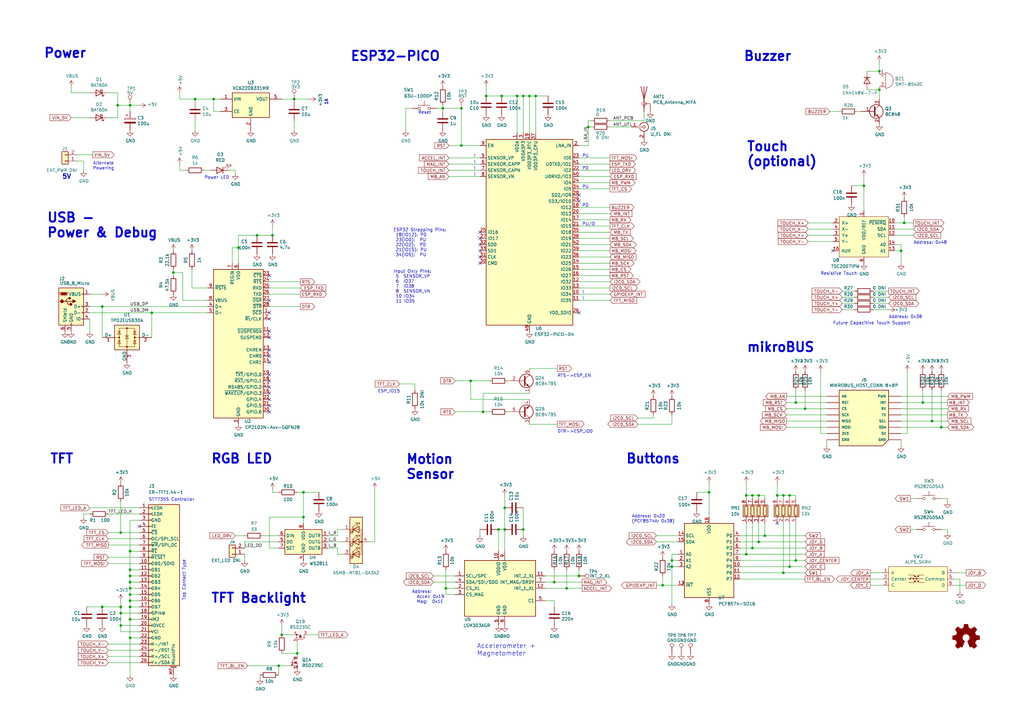
<source format=kicad_sch>
(kicad_sch (version 20250114) (generator "eeschema") (generator_version "9.0")
  (paper "A3")
  (title_block (title "BAYBIT") (rev "A1") (company "Bay Zoltan Nonprofit Ltd.") (comment 1 "laszlo.timko@bayzoltan.hu") (comment 2 "LTimko"))
  (text "ESP32 Strapping Pins:\n 18(IO12): PD\n 23(IO0):  PU\n 22(IO2):  PD\n 21(IO15): PU\n 34(IO5):  PU" (at 161.29 105.41 0) (effects (font (size 1.27 1.27)) (justify left bottom)))
  (text "I" (at 238.76 120.65 0) (effects (font (size 1.27 1.27)) (justify left bottom)))
  (text "Touch\n(optional)" (at 306.07 68.58 0) (effects (font (size 3.81 3.81) (thickness 0.762) (bold yes)) (justify left bottom)))
  (text "PD" (at 238.76 85.09 0) (effects (font (size 1.27 1.27)) (justify left bottom)))
  (text "Future Capacitive Touch Support" (at 341.63 133.35 0) (effects (font (size 1.27 1.27)) (justify left bottom)))
  (text "PU" (at 238.76 64.77 0) (effects (font (size 1.27 1.27)) (justify left bottom)))
  (text "Address: 0x20\n(PCF8574A: 0x38)" (at 259.08 214.63 0) (effects (font (size 1.27 1.27)) (justify left bottom)))
  (text "Buttons" (at 256.54 190.5 0) (effects (font (size 3.81 3.81) (thickness 0.762) (bold yes)) (justify left bottom)))
  (text "Buzzer" (at 304.8 25.4 0) (effects (font (size 3.81 3.81) (thickness 0.762) (bold yes)) (justify left bottom)))
  (text "RTS->ESP_EN" (at 228.6 154.94 0) (effects (font (size 1.27 1.27)) (justify left bottom)))
  (text "ESP32-PICO" (at 143.51 25.4 0) (effects (font (size 3.81 3.81) (thickness 0.762) (bold yes)) (justify left bottom)))
  (text "Input Only Pins:\n 5  SENSOR_VP\n 6  IO37\n 7  IO38\n 8  SENSOR_VN\n 10 IO34\n 11 IO35" (at 161.29 124.46 0) (effects (font (size 1.27 1.27)) (justify left bottom)))
  (text "I" (at 194.31 72.39 0) (effects (font (size 1.27 1.27)) (justify left bottom)))
  (text "Address:\n  Accel: 0x19\n  Mag:  0x1E" (at 168.91 247.65 0) (effects (font (size 1.27 1.27)) (justify left bottom)))
  (text "I" (at 194.31 67.31 0) (effects (font (size 1.27 1.27)) (justify left bottom)))
  (text "I" (at 238.76 123.19 0) (effects (font (size 1.27 1.27)) (justify left bottom)))
  (text "USB -\nPower & Debug" (at 19.05 97.79 0) (effects (font (size 3.81 3.81) (thickness 0.762) (bold yes)) (justify left bottom)))
  (text "TFT Backlight" (at 86.36 247.65 0) (effects (font (size 3.81 3.81) (thickness 0.762) (bold yes)) (justify left bottom)))
  (text "1A" (at 134.62 43.18 90) (effects (font (size 1.27 1.27) (thickness 0.254) (bold yes)) (justify left bottom)))
  (text "TFT" (at 20.32 190.5 0) (effects (font (size 3.81 3.81) (thickness 0.762) (bold yes)) (justify left bottom)))
  (text "PU" (at 238.76 77.47 0) (effects (font (size 1.27 1.27)) (justify left bottom)))
  (text "Power" (at 17.78 24.13 0) (effects (font (size 3.81 3.81) (thickness 0.762) (bold yes)) (justify left bottom)))
  (text "5V" (at 25.4 73.66 0) (effects (font (size 1.905 1.905) (thickness 0.381) (bold yes)) (justify left bottom)))
  (text "Reset" (at 171.45 46.99 0) (effects (font (size 1.27 1.27)) (justify left bottom)))
  (text "PU/D" (at 238.76 92.71 0) (effects (font (size 1.27 1.27)) (justify left bottom)))
  (text "Address: 0x38" (at 364.49 130.81 0) (effects (font (size 1.27 1.27)) (justify left bottom)))
  (text "Alternate\nPowering" (at 38.1 69.85 0) (effects (font (size 1.27 1.27)) (justify left bottom)))
  (text "PD" (at 238.76 69.85 0) (effects (font (size 1.27 1.27)) (justify left bottom)))
  (text "ST7735S Controller" (at 60.96 205.74 0) (effects (font (size 1.27 1.27)) (justify left bottom)))
  (text "mikroBUS" (at 306.07 144.78 0) (effects (font (size 3.81 3.81) (thickness 0.762) (bold yes)) (justify left bottom)))
  (text "RGB LED" (at 86.36 190.5 0) (effects (font (size 3.81 3.81) (thickness 0.762) (bold yes)) (justify left bottom)))
  (text "Motion\nSensor" (at 166.37 196.85 0) (effects (font (size 3.81 3.81) (thickness 0.762) (bold yes)) (justify left bottom)))
  (text "Resistive Touch" (at 336.55 113.03 0) (effects (font (size 1.27 1.27)) (justify left bottom)))
  (text "Power LED" (at 83.82 73.66 0) (effects (font (size 1.27 1.27)) (justify left bottom)))
  (text "Top Contact Type" (at 76.2 246.38 90) (effects (font (size 1.27 1.27)) (justify left bottom)))
  (text "ESP_IO15" (at 154.94 161.29 0) (effects (font (size 1.27 1.27)) (justify left bottom)))
  (text "I" (at 194.31 69.85 0) (effects (font (size 1.27 1.27)) (justify left bottom)))
  (text "Accelerometer +\nMagnetometer" (at 195.58 269.24 0) (effects (font (size 1.905 1.905)) (justify left bottom)))
  (text "DTR->ESP_IO0" (at 228.6 177.8 0) (effects (font (size 1.27 1.27)) (justify left bottom)))
  (text "Address: 0x48" (at 374.65 100.33 0) (effects (font (size 1.27 1.27)) (justify left bottom)))
  (text "I" (at 194.31 64.77 0) (effects (font (size 1.27 1.27)) (justify left bottom)))
  (junction (at 204.47 217.17))
  (junction (at 306.07 227.33))
  (junction (at 115.57 260.35))
  (junction (at 49.53 256.54))
  (junction (at 308.61 203.2))
  (junction (at 318.77 203.2))
  (junction (at 53.34 254))
  (junction (at 105.41 96.52))
  (junction (at 275.59 232.41))
  (junction (at 49.53 251.46))
  (junction (at 121.92 267.97))
  (junction (at 182.88 241.3))
  (junction (at 71.12 111.76))
  (junction (at 369.57 102.87))
  (junction (at 326.39 165.1))
  (junction (at 97.79 101.6))
  (junction (at 87.63 40.64))
  (junction (at 53.34 241.3))
  (junction (at 53.34 43.18))
  (junction (at 321.31 234.95))
  (junction (at 62.23 128.27))
  (junction (at 214.63 39.37))
  (junction (at 53.34 243.84))
  (junction (at 271.78 240.03))
  (junction (at 323.85 203.2))
  (junction (at 214.63 217.17))
  (junction (at 181.61 44.45))
  (junction (at 360.68 36.83))
  (junction (at 323.85 232.41))
  (junction (at 217.17 39.37))
  (junction (at 114.3 273.05))
  (junction (at 53.34 236.22))
  (junction (at 378.46 165.1))
  (junction (at 232.41 241.3))
  (junction (at 48.26 43.18))
  (junction (at 49.53 218.44))
  (junction (at 306.07 203.2))
  (junction (at 326.39 229.87))
  (junction (at 41.91 248.92))
  (junction (at 53.34 233.68))
  (junction (at 354.33 76.2))
  (junction (at 311.15 222.25))
  (junction (at 313.69 219.71))
  (junction (at 308.61 224.79))
  (junction (at 360.68 29.21))
  (junction (at 237.49 236.22))
  (junction (at 124.46 212.09))
  (junction (at 290.83 201.93))
  (junction (at 41.91 125.73))
  (junction (at 207.01 217.17))
  (junction (at 111.76 96.52))
  (junction (at 53.34 246.38))
  (junction (at 241.3 52.07))
  (junction (at 120.65 40.64))
  (junction (at 199.39 39.37))
  (junction (at 193.04 156.21))
  (junction (at 205.74 39.37))
  (junction (at 53.34 261.62))
  (junction (at 370.84 91.44))
  (junction (at 49.53 248.92))
  (junction (at 311.15 203.2))
  (junction (at 275.59 229.87))
  (junction (at 212.09 39.37))
  (junction (at 330.2 167.64))
  (junction (at 382.27 172.72))
  (junction (at 386.08 175.26))
  (junction (at 198.12 168.91))
  (junction (at 53.34 248.92))
  (junction (at 80.01 40.64))
  (junction (at 53.34 238.76))
  (junction (at 207.01 208.28))
  (junction (at 227.33 238.76))
  (junction (at 189.23 44.45))
  (junction (at 124.46 201.93))
  (junction (at 321.31 203.2))
  (junction (at 53.34 226.06))
  (junction (at 219.71 39.37))
  (junction (at 189.23 59.69))
  (no_connect (at 110.49 123.19))
  (no_connect (at 196.85 95.25))
  (no_connect (at 341.63 102.87))
  (no_connect (at 110.49 156.21))
  (no_connect (at 110.49 135.89))
  (no_connect (at 110.49 161.29))
  (no_connect (at 110.49 128.27))
  (no_connect (at 110.49 158.75))
  (no_connect (at 237.49 82.55))
  (no_connect (at 196.85 102.87))
  (no_connect (at 110.49 113.03))
  (no_connect (at 237.49 128.27))
  (no_connect (at 110.49 166.37))
  (no_connect (at 110.49 153.67))
  (no_connect (at 196.85 107.95))
  (no_connect (at 196.85 100.33))
  (no_connect (at 237.49 80.01))
  (no_connect (at 110.49 148.59))
  (no_connect (at 196.85 97.79))
  (no_connect (at 57.15 215.9))
  (no_connect (at 318.77 214.63))
  (no_connect (at 110.49 138.43))
  (no_connect (at 110.49 146.05))
  (no_connect (at 110.49 143.51))
  (no_connect (at 110.49 163.83))
  (no_connect (at 110.49 168.91))
  (no_connect (at 196.85 105.41))
  (no_connect (at 110.49 130.81))
  (wire (pts (xy 306.07 214.63) (xy 306.07 227.33)))
  (wire (pts (xy 318.77 198.12) (xy 318.77 203.2)))
  (wire (pts (xy 44.45 38.1) (xy 48.26 38.1)))
  (wire (pts (xy 223.52 236.22) (xy 237.49 236.22)))
  (wire (pts (xy 209.55 156.21) (xy 208.28 156.21)))
  (wire (pts (xy 237.49 85.09) (xy 250.19 85.09)))
  (wire (pts (xy 36.83 48.26) (xy 29.21 48.26)))
  (wire (pts (xy 375.92 204.47) (xy 373.38 204.47)))
  (wire (pts (xy 124.46 212.09) (xy 124.46 214.63)))
  (wire (pts (xy 219.71 39.37) (xy 217.17 39.37)))
  (wire (pts (xy 303.53 234.95) (xy 321.31 234.95)))
  (wire (pts (xy 115.57 267.97) (xy 121.92 267.97)))
  (wire (pts (xy 237.49 74.93) (xy 250.19 74.93)))
  (wire (pts (xy 241.3 59.69) (xy 241.3 52.07)))
  (wire (pts (xy 74.93 111.76) (xy 74.93 123.19)))
  (wire (pts (xy 57.15 256.54) (xy 49.53 256.54)))
  (wire (pts (xy 189.23 44.45) (xy 181.61 44.45)))
  (wire (pts (xy 219.71 39.37) (xy 224.79 39.37)))
  (wire (pts (xy 212.09 39.37) (xy 205.74 39.37)))
  (wire (pts (xy 196.85 217.17) (xy 196.85 219.71)))
  (wire (pts (xy 369.57 180.34) (xy 369.57 182.88)))
  (wire (pts (xy 90.17 45.72) (xy 87.63 45.72)))
  (wire (pts (xy 237.49 87.63) (xy 250.19 87.63)))
  (wire (pts (xy 57.15 254) (xy 53.34 254)))
  (wire (pts (xy 345.44 127) (xy 350.52 127)))
  (wire (pts (xy 237.49 64.77) (xy 250.19 64.77)))
  (wire (pts (xy 369.57 172.72) (xy 382.27 172.72)))
  (wire (pts (xy 76.2 69.85) (xy 73.66 69.85)))
  (wire (pts (xy 57.15 271.78) (xy 44.45 271.78)))
  (wire (pts (xy 237.49 67.31) (xy 250.19 67.31)))
  (wire (pts (xy 322.58 165.1) (xy 326.39 165.1)))
  (wire (pts (xy 93.98 69.85) (xy 96.52 69.85)))
  (wire (pts (xy 153.67 200.66) (xy 153.67 222.25)))
  (wire (pts (xy 367.03 102.87) (xy 369.57 102.87)))
  (wire (pts (xy 388.62 217.17) (xy 388.62 218.44)))
  (wire (pts (xy 85.09 118.11) (xy 78.74 118.11)))
  (wire (pts (xy 261.62 173.99) (xy 275.59 173.99)))
  (wire (pts (xy 53.34 236.22) (xy 53.34 238.76)))
  (wire (pts (xy 80.01 49.53) (xy 80.01 53.34)))
  (wire (pts (xy 326.39 229.87) (xy 330.2 229.87)))
  (wire (pts (xy 53.34 233.68) (xy 53.34 236.22)))
  (wire (pts (xy 382.27 160.02) (xy 382.27 172.72)))
  (wire (pts (xy 386.08 217.17) (xy 388.62 217.17)))
  (wire (pts (xy 186.69 241.3) (xy 182.88 241.3)))
  (wire (pts (xy 138.43 224.79) (xy 138.43 227.33)))
  (wire (pts (xy 326.39 165.1) (xy 339.09 165.1)))
  (wire (pts (xy 278.13 232.41) (xy 275.59 232.41)))
  (wire (pts (xy 97.79 101.6) (xy 97.79 96.52)))
  (wire (pts (xy 237.49 92.71) (xy 250.19 92.71)))
  (wire (pts (xy 372.11 177.8) (xy 372.11 152.4)))
  (wire (pts (xy 120.65 260.35) (xy 115.57 260.35)))
  (wire (pts (xy 227.33 246.38) (xy 227.33 248.92)))
  (wire (pts (xy 49.53 256.54) (xy 49.53 251.46)))
  (wire (pts (xy 308.61 203.2) (xy 311.15 203.2)))
  (wire (pts (xy 358.14 124.46) (xy 364.49 124.46)))
  (wire (pts (xy 369.57 170.18) (xy 388.62 170.18)))
  (wire (pts (xy 217.17 39.37) (xy 214.63 39.37)))
  (wire (pts (xy 189.23 59.69) (xy 184.15 59.69)))
  (wire (pts (xy 57.15 223.52) (xy 44.45 223.52)))
  (wire (pts (xy 278.13 222.25) (xy 269.24 222.25)))
  (wire (pts (xy 134.62 224.79) (xy 138.43 224.79)))
  (wire (pts (xy 31.75 66.04) (xy 34.29 66.04)))
  (wire (pts (xy 57.15 233.68) (xy 53.34 233.68)))
  (wire (pts (xy 303.53 237.49) (xy 330.2 237.49)))
  (wire (pts (xy 341.63 91.44) (xy 331.47 91.44)))
  (wire (pts (xy 36.83 210.82) (xy 34.29 210.82)))
  (wire (pts (xy 275.59 232.41) (xy 275.59 247.65)))
  (wire (pts (xy 322.58 170.18) (xy 339.09 170.18)))
  (wire (pts (xy 237.49 102.87) (xy 250.19 102.87)))
  (wire (pts (xy 115.57 40.64) (xy 120.65 40.64)))
  (wire (pts (xy 57.15 246.38) (xy 53.34 246.38)))
  (wire (pts (xy 303.53 227.33) (xy 306.07 227.33)))
  (wire (pts (xy 237.49 123.19) (xy 250.19 123.19)))
  (wire (pts (xy 217.17 173.99) (xy 228.6 173.99)))
  (wire (pts (xy 78.74 110.49) (xy 78.74 118.11)))
  (wire (pts (xy 120.65 40.64) (xy 127 40.64)))
  (wire (pts (xy 386.08 204.47) (xy 388.62 204.47)))
  (wire (pts (xy 361.95 240.03) (xy 356.87 240.03)))
  (wire (pts (xy 110.49 120.65) (xy 123.19 120.65)))
  (wire (pts (xy 207.01 217.17) (xy 204.47 217.17)))
  (wire (pts (xy 80.01 40.64) (xy 87.63 40.64)))
  (wire (pts (xy 321.31 204.47) (xy 321.31 203.2)))
  (wire (pts (xy 303.53 224.79) (xy 308.61 224.79)))
  (wire (pts (xy 100.33 219.71) (xy 96.52 219.71)))
  (wire (pts (xy 87.63 45.72) (xy 87.63 40.64)))
  (wire (pts (xy 36.83 128.27) (xy 62.23 128.27)))
  (wire (pts (xy 41.91 248.92) (xy 49.53 248.92)))
  (wire (pts (xy 36.83 130.81) (xy 36.83 135.89)))
  (wire (pts (xy 53.34 243.84) (xy 53.34 246.38)))
  (wire (pts (xy 306.07 203.2) (xy 306.07 204.47)))
  (wire (pts (xy 393.7 242.57) (xy 393.7 237.49)))
  (wire (pts (xy 318.77 203.2) (xy 321.31 203.2)))
  (wire (pts (xy 111.76 201.93) (xy 111.76 200.66)))
  (wire (pts (xy 44.45 264.16) (xy 57.15 264.16)))
  (wire (pts (xy 96.52 69.85) (xy 96.52 71.12)))
  (wire (pts (xy 267.97 171.45) (xy 261.62 171.45)))
  (wire (pts (xy 208.28 168.91) (xy 209.55 168.91)))
  (wire (pts (xy 196.85 69.85) (xy 184.15 69.85)))
  (wire (pts (xy 361.95 234.95) (xy 356.87 234.95)))
  (wire (pts (xy 186.69 238.76) (xy 177.8 238.76)))
  (wire (pts (xy 375.92 217.17) (xy 373.38 217.17)))
  (wire (pts (xy 344.17 45.72) (xy 340.36 45.72)))
  (wire (pts (xy 355.6 36.83) (xy 360.68 36.83)))
  (wire (pts (xy 345.44 121.92) (xy 350.52 121.92)))
  (wire (pts (xy 95.25 101.6) (xy 97.79 101.6)))
  (wire (pts (xy 193.04 156.21) (xy 200.66 156.21)))
  (wire (pts (xy 49.53 218.44) (xy 49.53 205.74)))
  (wire (pts (xy 36.83 38.1) (xy 29.21 38.1)))
  (wire (pts (xy 367.03 96.52) (xy 374.65 96.52)))
  (wire (pts (xy 100.33 222.25) (xy 100.33 224.79)))
  (wire (pts (xy 207.01 208.28) (xy 207.01 203.2)))
  (wire (pts (xy 57.15 220.98) (xy 44.45 220.98)))
  (wire (pts (xy 326.39 160.02) (xy 326.39 165.1)))
  (wire (pts (xy 73.66 40.64) (xy 80.01 40.64)))
  (wire (pts (xy 71.12 111.76) (xy 74.93 111.76)))
  (wire (pts (xy 48.26 48.26) (xy 48.26 43.18)))
  (wire (pts (xy 237.49 110.49) (xy 250.19 110.49)))
  (wire (pts (xy 85.09 123.19) (xy 74.93 123.19)))
  (wire (pts (xy 95.25 107.95) (xy 95.25 101.6)))
  (wire (pts (xy 170.18 160.02) (xy 170.18 157.48)))
  (wire (pts (xy 341.63 99.06) (xy 331.47 99.06)))
  (wire (pts (xy 237.49 105.41) (xy 250.19 105.41)))
  (wire (pts (xy 369.57 175.26) (xy 386.08 175.26)))
  (wire (pts (xy 303.53 222.25) (xy 311.15 222.25)))
  (wire (pts (xy 214.63 217.17) (xy 214.63 208.28)))
  (wire (pts (xy 124.46 201.93) (xy 130.81 201.93)))
  (wire (pts (xy 134.62 222.25) (xy 140.97 222.25)))
  (wire (pts (xy 186.69 168.91) (xy 198.12 168.91)))
  (wire (pts (xy 214.63 217.17) (xy 214.63 219.71)))
  (wire (pts (xy 49.53 218.44) (xy 57.15 218.44)))
  (wire (pts (xy 120.65 41.91) (xy 120.65 40.64)))
  (wire (pts (xy 237.49 95.25) (xy 250.19 95.25)))
  (wire (pts (xy 237.49 59.69) (xy 241.3 59.69)))
  (wire (pts (xy 242.57 49.53) (xy 241.3 49.53)))
  (wire (pts (xy 53.34 241.3) (xy 53.34 243.84)))
  (wire (pts (xy 83.82 69.85) (xy 86.36 69.85)))
  (wire (pts (xy 391.16 234.95) (xy 396.24 234.95)))
  (wire (pts (xy 73.66 38.1) (xy 73.66 40.64)))
  (wire (pts (xy 308.61 204.47) (xy 308.61 203.2)))
  (wire (pts (xy 53.34 248.92) (xy 53.34 254)))
  (wire (pts (xy 110.49 125.73) (xy 123.19 125.73)))
  (wire (pts (xy 326.39 203.2) (xy 326.39 204.47)))
  (wire (pts (xy 313.69 203.2) (xy 313.69 204.47)))
  (wire (pts (xy 275.59 173.99) (xy 275.59 170.18)))
  (wire (pts (xy 49.53 248.92) (xy 49.53 251.46)))
  (wire (pts (xy 57.15 261.62) (xy 53.34 261.62)))
  (wire (pts (xy 57.15 259.08) (xy 49.53 259.08)))
  (wire (pts (xy 341.63 96.52) (xy 331.47 96.52)))
  (wire (pts (xy 355.6 29.21) (xy 360.68 29.21)))
  (wire (pts (xy 369.57 165.1) (xy 378.46 165.1)))
  (wire (pts (xy 121.92 201.93) (xy 124.46 201.93)))
  (wire (pts (xy 71.12 110.49) (xy 71.12 111.76)))
  (wire (pts (xy 179.07 44.45) (xy 181.61 44.45)))
  (wire (pts (xy 97.79 101.6) (xy 97.79 107.95)))
  (wire (pts (xy 125.73 260.35) (xy 130.81 260.35)))
  (wire (pts (xy 198.12 161.29) (xy 198.12 168.91)))
  (wire (pts (xy 223.52 241.3) (xy 232.41 241.3)))
  (wire (pts (xy 331.47 93.98) (xy 341.63 93.98)))
  (wire (pts (xy 110.49 118.11) (xy 123.19 118.11)))
  (wire (pts (xy 181.61 43.18) (xy 181.61 44.45)))
  (wire (pts (xy 237.49 100.33) (xy 250.19 100.33)))
  (wire (pts (xy 166.37 44.45) (xy 168.91 44.45)))
  (wire (pts (xy 57.15 238.76) (xy 53.34 238.76)))
  (wire (pts (xy 134.62 219.71) (xy 138.43 219.71)))
  (wire (pts (xy 271.78 240.03) (xy 269.24 240.03)))
  (wire (pts (xy 49.53 246.38) (xy 49.53 248.92)))
  (wire (pts (xy 367.03 93.98) (xy 374.65 93.98)))
  (wire (pts (xy 232.41 233.68) (xy 232.41 241.3)))
  (wire (pts (xy 62.23 138.43) (xy 62.23 128.27)))
  (wire (pts (xy 49.53 259.08) (xy 49.53 256.54)))
  (wire (pts (xy 35.56 248.92) (xy 41.91 248.92)))
  (wire (pts (xy 114.3 224.79) (xy 110.49 224.79)))
  (wire (pts (xy 57.15 226.06) (xy 53.34 226.06)))
  (wire (pts (xy 278.13 227.33) (xy 275.59 227.33)))
  (wire (pts (xy 322.58 175.26) (xy 339.09 175.26)))
  (wire (pts (xy 207.01 208.28) (xy 207.01 217.17)))
  (wire (pts (xy 308.61 214.63) (xy 308.61 224.79)))
  (wire (pts (xy 311.15 222.25) (xy 330.2 222.25)))
  (wire (pts (xy 36.83 125.73) (xy 41.91 125.73)))
  (wire (pts (xy 275.59 227.33) (xy 275.59 229.87)))
  (wire (pts (xy 370.84 88.9) (xy 370.84 91.44)))
  (wire (pts (xy 57.15 243.84) (xy 53.34 243.84)))
  (wire (pts (xy 358.14 121.92) (xy 364.49 121.92)))
  (wire (pts (xy 100.33 227.33) (xy 100.33 229.87)))
  (wire (pts (xy 360.68 35.56) (xy 360.68 36.83)))
  (wire (pts (xy 57.15 251.46) (xy 49.53 251.46)))
  (wire (pts (xy 217.17 54.61) (xy 217.17 39.37)))
  (wire (pts (xy 186.69 243.84) (xy 182.88 243.84)))
  (wire (pts (xy 237.49 236.22) (xy 237.49 233.68)))
  (wire (pts (xy 237.49 113.03) (xy 250.19 113.03)))
  (wire (pts (xy 223.52 238.76) (xy 227.33 238.76)))
  (wire (pts (xy 182.88 241.3) (xy 182.88 233.68)))
  (wire (pts (xy 114.3 276.86) (xy 114.3 273.05)))
  (wire (pts (xy 44.45 210.82) (xy 57.15 210.82)))
  (wire (pts (xy 326.39 214.63) (xy 326.39 229.87)))
  (wire (pts (xy 241.3 49.53) (xy 241.3 52.07)))
  (wire (pts (xy 237.49 118.11) (xy 250.19 118.11)))
  (wire (pts (xy 53.34 43.18) (xy 57.15 43.18)))
  (wire (pts (xy 306.07 227.33) (xy 330.2 227.33)))
  (wire (pts (xy 388.62 204.47) (xy 388.62 205.74)))
  (wire (pts (xy 378.46 160.02) (xy 378.46 165.1)))
  (wire (pts (xy 323.85 214.63) (xy 323.85 232.41)))
  (wire (pts (xy 227.33 233.68) (xy 227.33 238.76)))
  (wire (pts (xy 44.45 218.44) (xy 49.53 218.44)))
  (wire (pts (xy 212.09 54.61) (xy 212.09 39.37)))
  (wire (pts (xy 349.25 76.2) (xy 354.33 76.2)))
  (wire (pts (xy 267.97 171.45) (xy 267.97 170.18)))
  (wire (pts (xy 53.34 213.36) (xy 53.34 226.06)))
  (wire (pts (xy 44.45 269.24) (xy 57.15 269.24)))
  (wire (pts (xy 360.68 25.4) (xy 360.68 29.21)))
  (wire (pts (xy 290.83 212.09) (xy 290.83 201.93)))
  (wire (pts (xy 196.85 59.69) (xy 189.23 59.69)))
  (wire (pts (xy 214.63 39.37) (xy 212.09 39.37)))
  (wire (pts (xy 97.79 96.52) (xy 105.41 96.52)))
  (wire (pts (xy 237.49 107.95) (xy 250.19 107.95)))
  (wire (pts (xy 217.17 151.13) (xy 228.6 151.13)))
  (wire (pts (xy 382.27 172.72) (xy 388.62 172.72)))
  (wire (pts (xy 369.57 100.33) (xy 369.57 102.87)))
  (wire (pts (xy 48.26 43.18) (xy 53.34 43.18)))
  (wire (pts (xy 106.68 276.86) (xy 106.68 278.13)))
  (wire (pts (xy 323.85 204.47) (xy 323.85 203.2)))
  (wire (pts (xy 196.85 67.31) (xy 184.15 67.31)))
  (wire (pts (xy 237.49 90.17) (xy 250.19 90.17)))
  (wire (pts (xy 124.46 201.93) (xy 124.46 212.09)))
  (wire (pts (xy 57.15 228.6) (xy 44.45 228.6)))
  (wire (pts (xy 53.34 238.76) (xy 53.34 241.3)))
  (wire (pts (xy 48.26 43.18) (xy 48.26 38.1)))
  (wire (pts (xy 306.07 203.2) (xy 308.61 203.2)))
  (wire (pts (xy 44.45 48.26) (xy 48.26 48.26)))
  (wire (pts (xy 189.23 59.69) (xy 189.23 44.45)))
  (wire (pts (xy 361.95 237.49) (xy 356.87 237.49)))
  (wire (pts (xy 369.57 162.56) (xy 388.62 162.56)))
  (wire (pts (xy 354.33 76.2) (xy 354.33 72.39)))
  (wire (pts (xy 237.49 69.85) (xy 250.19 69.85)))
  (wire (pts (xy 369.57 102.87) (xy 369.57 107.95)))
  (wire (pts (xy 367.03 91.44) (xy 370.84 91.44)))
  (wire (pts (xy 53.34 261.62) (xy 53.34 276.86)))
  (wire (pts (xy 345.44 119.38) (xy 350.52 119.38)))
  (wire (pts (xy 223.52 246.38) (xy 227.33 246.38)))
  (wire (pts (xy 36.83 208.28) (xy 57.15 208.28)))
  (wire (pts (xy 207.01 226.06) (xy 207.01 217.17)))
  (wire (pts (xy 57.15 231.14) (xy 44.45 231.14)))
  (wire (pts (xy 321.31 234.95) (xy 330.2 234.95)))
  (wire (pts (xy 111.76 92.71) (xy 111.76 96.52)))
  (wire (pts (xy 119.38 273.05) (xy 114.3 273.05)))
  (wire (pts (xy 53.34 246.38) (xy 53.34 248.92)))
  (wire (pts (xy 198.12 161.29) (xy 217.17 161.29)))
  (wire (pts (xy 237.49 72.39) (xy 250.19 72.39)))
  (wire (pts (xy 31.75 63.5) (xy 38.1 63.5)))
  (wire (pts (xy 311.15 204.47) (xy 311.15 203.2)))
  (wire (pts (xy 36.83 120.65) (xy 41.91 120.65)))
  (wire (pts (xy 182.88 243.84) (xy 182.88 241.3)))
  (wire (pts (xy 90.17 40.64) (xy 87.63 40.64)))
  (wire (pts (xy 34.29 210.82) (xy 34.29 212.09)))
  (wire (pts (xy 303.53 232.41) (xy 323.85 232.41)))
  (wire (pts (xy 219.71 54.61) (xy 219.71 39.37)))
  (wire (pts (xy 80.01 41.91) (xy 80.01 40.64)))
  (wire (pts (xy 250.19 52.07) (xy 259.08 52.07)))
  (wire (pts (xy 170.18 157.48) (xy 163.83 157.48)))
  (wire (pts (xy 193.04 163.83) (xy 193.04 156.21)))
  (wire (pts (xy 138.43 219.71) (xy 138.43 217.17)))
  (wire (pts (xy 358.14 127) (xy 364.49 127)))
  (wire (pts (xy 237.49 120.65) (xy 250.19 120.65)))
  (wire (pts (xy 393.7 237.49) (xy 391.16 237.49)))
  (wire (pts (xy 391.16 240.03) (xy 396.24 240.03)))
  (wire (pts (xy 114.3 222.25) (xy 100.33 222.25)))
  (wire (pts (xy 198.12 168.91) (xy 200.66 168.91)))
  (wire (pts (xy 41.91 138.43) (xy 41.91 125.73)))
  (wire (pts (xy 199.39 39.37) (xy 205.74 39.37)))
  (wire (pts (xy 110.49 212.09) (xy 124.46 212.09)))
  (wire (pts (xy 318.77 204.47) (xy 318.77 203.2)))
  (wire (pts (xy 351.79 45.72) (xy 353.06 45.72)))
  (wire (pts (xy 57.15 248.92) (xy 53.34 248.92)))
  (wire (pts (xy 114.3 273.05) (xy 101.6 273.05)))
  (wire (pts (xy 339.09 177.8) (xy 336.55 177.8)))
  (wire (pts (xy 237.49 115.57) (xy 250.19 115.57)))
  (wire (pts (xy 313.69 219.71) (xy 330.2 219.71)))
  (wire (pts (xy 322.58 167.64) (xy 330.2 167.64)))
  (wire (pts (xy 360.68 29.21) (xy 360.68 30.48)))
  (wire (pts (xy 237.49 77.47) (xy 250.19 77.47)))
  (wire (pts (xy 53.34 254) (xy 53.34 261.62)))
  (wire (pts (xy 345.44 124.46) (xy 350.52 124.46)))
  (wire (pts (xy 311.15 214.63) (xy 311.15 222.25)))
  (wire (pts (xy 313.69 214.63) (xy 313.69 219.71)))
  (wire (pts (xy 181.61 44.45) (xy 181.61 45.72)))
  (wire (pts (xy 196.85 64.77) (xy 184.15 64.77)))
  (wire (pts (xy 250.19 49.53) (xy 264.16 49.53)))
  (wire (pts (xy 232.41 241.3) (xy 238.76 241.3)))
  (wire (pts (xy 29.21 38.1) (xy 29.21 35.56)))
  (wire (pts (xy 114.3 201.93) (xy 111.76 201.93)))
  (wire (pts (xy 138.43 227.33) (xy 140.97 227.33)))
  (wire (pts (xy 138.43 217.17) (xy 140.97 217.17)))
  (wire (pts (xy 354.33 86.36) (xy 354.33 76.2)))
  (wire (pts (xy 57.15 241.3) (xy 53.34 241.3)))
  (wire (pts (xy 303.53 229.87) (xy 326.39 229.87)))
  (wire (pts (xy 322.58 172.72) (xy 339.09 172.72)))
  (wire (pts (xy 111.76 96.52) (xy 105.41 96.52)))
  (wire (pts (xy 34.29 66.04) (xy 34.29 69.85)))
  (wire (pts (xy 71.12 111.76) (xy 71.12 113.03)))
  (wire (pts (xy 278.13 229.87) (xy 275.59 229.87)))
  (wire (pts (xy 57.15 236.22) (xy 53.34 236.22)))
  (wire (pts (xy 278.13 219.71) (xy 269.24 219.71)))
  (wire (pts (xy 110.49 115.57) (xy 123.19 115.57)))
  (wire (pts (xy 386.08 160.02) (xy 386.08 175.26)))
  (wire (pts (xy 330.2 167.64) (xy 339.09 167.64)))
  (wire (pts (xy 115.57 260.35) (xy 115.57 256.54)))
  (wire (pts (xy 53.34 226.06) (xy 53.34 233.68)))
  (wire (pts (xy 44.45 266.7) (xy 57.15 266.7)))
  (wire (pts (xy 290.83 201.93) (xy 290.83 198.12)))
  (wire (pts (xy 369.57 177.8) (xy 372.11 177.8)))
  (wire (pts (xy 378.46 165.1) (xy 388.62 165.1)))
  (wire (pts (xy 336.55 177.8) (xy 336.55 152.4)))
  (wire (pts (xy 370.84 91.44) (xy 374.65 91.44)))
  (wire (pts (xy 121.92 267.97) (xy 121.92 269.24)))
  (wire (pts (xy 227.33 238.76) (xy 238.76 238.76)))
  (wire (pts (xy 57.15 213.36) (xy 53.34 213.36)))
  (wire (pts (xy 369.57 167.64) (xy 388.62 167.64)))
  (wire (pts (xy 62.23 128.27) (xy 85.09 128.27)))
  (wire (pts (xy 367.03 100.33) (xy 369.57 100.33)))
  (wire (pts (xy 271.78 236.22) (xy 271.78 240.03)))
  (wire (pts (xy 241.3 52.07) (xy 242.57 52.07)))
  (wire (pts (xy 322.58 162.56) (xy 339.09 162.56)))
  (wire (pts (xy 199.39 35.56) (xy 199.39 39.37)))
  (wire (pts (xy 339.09 180.34) (xy 339.09 182.88)))
  (wire (pts (xy 214.63 54.61) (xy 214.63 39.37)))
  (wire (pts (xy 323.85 232.41) (xy 330.2 232.41)))
  (wire (pts (xy 321.31 203.2) (xy 323.85 203.2)))
  (wire (pts (xy 358.14 119.38) (xy 364.49 119.38)))
  (wire (pts (xy 285.75 201.93) (xy 290.83 201.93)))
  (wire (pts (xy 204.47 226.06) (xy 204.47 217.17)))
  (wire (pts (xy 308.61 224.79) (xy 330.2 224.79)))
  (wire (pts (xy 121.92 262.89) (xy 121.92 267.97)))
  (wire (pts (xy 386.08 175.26) (xy 388.62 175.26)))
  (wire (pts (xy 193.04 156.21) (xy 186.69 156.21)))
  (wire (pts (xy 41.91 125.73) (xy 85.09 125.73)))
  (wire (pts (xy 321.31 214.63) (xy 321.31 234.95)))
  (wire (pts (xy 73.66 69.85) (xy 73.66 67.31)))
  (wire (pts (xy 278.13 240.03) (xy 271.78 240.03)))
  (wire (pts (xy 53.34 43.18) (xy 53.34 45.72)))
  (wire (pts (xy 110.49 224.79) (xy 110.49 212.09)))
  (wire (pts (xy 237.49 97.79) (xy 250.19 97.79)))
  (wire (pts (xy 303.53 219.71) (xy 313.69 219.71)))
  (wire (pts (xy 186.69 236.22) (xy 177.8 236.22)))
  (wire (pts (xy 193.04 163.83) (xy 217.17 163.83)))
  (wire (pts (xy 264.16 45.72) (xy 264.16 49.53)))
  (wire (pts (xy 153.67 222.25) (xy 151.13 222.25)))
  (wire (pts (xy 196.85 72.39) (xy 184.15 72.39)))
  (wire (pts (xy 311.15 203.2) (xy 313.69 203.2)))
  (wire (pts (xy 114.3 219.71) (xy 107.95 219.71)))
  (wire (pts (xy 323.85 203.2) (xy 326.39 203.2)))
  (wire (pts (xy 120.65 49.53) (xy 120.65 53.34)))
  (wire (pts (xy 275.59 229.87) (xy 275.59 232.41)))
  (wire (pts (xy 330.2 160.02) (xy 330.2 167.64)))
  (wire (pts (xy 360.68 36.83) (xy 360.68 40.64)))
  (wire (pts (xy 166.37 44.45) (xy 166.37 53.34)))
  (wire (pts (xy 306.07 198.12) (xy 306.07 203.2)))
  (label "ANT_PCB" (at 251.46 49.53 0))
  (label "ANT_UFL" (at 251.46 52.07 0))
  (label "L_R" (at 134.62 219.71 0))
  (label "TFT_LED_K" (at 44.45 210.82 0))
  (label "USB_DM" (at 53.34 128.27 0))
  (label "LNA_IN" (at 241.3 58.42 90))
  (label "USB_DP" (at 53.34 125.73 0))
  (label "LED_DO" (at 100.33 224.79 0))
  (label "L_G" (at 134.62 222.25 0))
  (label "L_B" (at 134.62 224.79 0))
  (global_label "MB_MOSI" (shape output) (at 250.19 102.87 0) (property "Intersheetrefs" "${INTERSHEET_REFS}" (effects (hide yes))))
  (global_label "JOY_B" (shape input) (at 330.2 224.79 0) (property "Intersheetrefs" "${INTERSHEET_REFS}" (effects (hide yes))))
  (global_label "TOUCH_Y-" (shape input) (at 345.44 127 180) (property "Intersheetrefs" "${INTERSHEET_REFS}" (effects (hide yes))))
  (global_label "MB_PWM" (shape output) (at 250.19 74.93 0) (property "Intersheetrefs" "${INTERSHEET_REFS}" (effects (hide yes))))
  (global_label "MB_MISO" (shape output) (at 322.58 172.72 180) (property "Intersheetrefs" "${INTERSHEET_REFS}" (effects (hide yes))))
  (global_label "TOUCH_X-" (shape input) (at 331.47 93.98 180) (property "Intersheetrefs" "${INTERSHEET_REFS}" (effects (hide yes))))
  (global_label "ESP_TXD" (shape input) (at 123.19 118.11 0) (property "Intersheetrefs" "${INTERSHEET_REFS}" (effects (hide yes))))
  (global_label "MB_AN" (shape output) (at 322.58 162.56 180) (property "Intersheetrefs" "${INTERSHEET_REFS}" (effects (hide yes))))
  (global_label "MB_INT" (shape output) (at 388.62 165.1 0) (property "Intersheetrefs" "${INTERSHEET_REFS}" (effects (hide yes))))
  (global_label "SW2" (shape input) (at 330.2 219.71 0) (property "Intersheetrefs" "${INTERSHEET_REFS}" (effects (hide yes))))
  (global_label "MB_SDA" (shape bidirectional) (at 388.62 175.26 0) (property "Intersheetrefs" "${INTERSHEET_REFS}" (effects (hide yes))))
  (global_label "MB_RX" (shape input) (at 388.62 167.64 0) (property "Intersheetrefs" "${INTERSHEET_REFS}" (effects (hide yes))))
  (global_label "DTR" (shape output) (at 123.19 125.73 0) (property "Intersheetrefs" "${INTERSHEET_REFS}" (effects (hide yes))))
  (global_label "TFT_CLK" (shape output) (at 250.19 92.71 0) (property "Intersheetrefs" "${INTERSHEET_REFS}" (effects (hide yes))))
  (global_label "I2C0_SDA" (shape bidirectional) (at 374.65 93.98 0) (property "Intersheetrefs" "${INTERSHEET_REFS}" (effects (hide yes))))
  (global_label "TOUCH_X-" (shape input) (at 44.45 264.16 180) (property "Intersheetrefs" "${INTERSHEET_REFS}" (effects (hide yes))))
  (global_label "TOUCH_X+" (shape input) (at 331.47 91.44 180) (property "Intersheetrefs" "${INTERSHEET_REFS}" (effects (hide yes))))
  (global_label "MB_CS" (shape input) (at 322.58 167.64 180) (property "Intersheetrefs" "${INTERSHEET_REFS}" (effects (hide yes))))
  (global_label "I2C0_SDA" (shape bidirectional) (at 364.49 124.46 0) (property "Intersheetrefs" "${INTERSHEET_REFS}" (effects (hide yes))))
  (global_label "ESP_TXD" (shape output) (at 250.19 67.31 0) (property "Intersheetrefs" "${INTERSHEET_REFS}" (effects (hide yes))))
  (global_label "JOY_A" (shape output) (at 356.87 234.95 180) (property "Intersheetrefs" "${INTERSHEET_REFS}" (effects (hide yes))))
  (global_label "TFT_MOSI" (shape output) (at 228.6 173.99 0) (property "Intersheetrefs" "${INTERSHEET_REFS}" (effects (hide yes))))
  (global_label "JOY_C" (shape output) (at 356.87 240.03 180) (property "Intersheetrefs" "${INTERSHEET_REFS}" (effects (hide yes))))
  (global_label "MB_MISO" (shape input) (at 250.19 105.41 0) (property "Intersheetrefs" "${INTERSHEET_REFS}" (effects (hide yes))))
  (global_label "BUZZER" (shape output) (at 250.19 85.09 0) (property "Intersheetrefs" "${INTERSHEET_REFS}" (effects (hide yes))))
  (global_label "GPIOEXP_INT" (shape output) (at 269.24 240.03 180) (property "Intersheetrefs" "${INTERSHEET_REFS}" (effects (hide yes))))
  (global_label "I2C0_SCL" (shape input) (at 374.65 96.52 0) (property "Intersheetrefs" "${INTERSHEET_REFS}" (effects (hide yes))))
  (global_label "MB_SCK" (shape input) (at 322.58 170.18 180) (property "Intersheetrefs" "${INTERSHEET_REFS}" (effects (hide yes))))
  (global_label "SW1" (shape input) (at 330.2 234.95 0) (property "Intersheetrefs" "${INTERSHEET_REFS}" (effects (hide yes))))
  (global_label "JOY_CENTER" (shape input) (at 330.2 229.87 0) (property "Intersheetrefs" "${INTERSHEET_REFS}" (effects (hide yes))))
  (global_label "I2C0_SCL" (shape input) (at 269.24 219.71 180) (property "Intersheetrefs" "${INTERSHEET_REFS}" (effects (hide yes))))
  (global_label "I2C0_SCL" (shape input) (at 364.49 121.92 0) (property "Intersheetrefs" "${INTERSHEET_REFS}" (effects (hide yes))))
  (global_label "TFT_BL_EN" (shape output) (at 330.2 237.49 0) (property "Intersheetrefs" "${INTERSHEET_REFS}" (effects (hide yes))))
  (global_label "TFT_CS" (shape output) (at 250.19 77.47 0) (property "Intersheetrefs" "${INTERSHEET_REFS}" (effects (hide yes))))
  (global_label "JOY_D" (shape output) (at 396.24 240.03 0) (property "Intersheetrefs" "${INTERSHEET_REFS}" (effects (hide yes))))
  (global_label "TOUCH_INT" (shape output) (at 364.49 119.38 0) (property "Intersheetrefs" "${INTERSHEET_REFS}" (effects (hide yes))))
  (global_label "I2C0_SCL" (shape input) (at 261.62 171.45 180) (property "Intersheetrefs" "${INTERSHEET_REFS}" (effects (hide yes))))
  (global_label "TFT_CLK" (shape input) (at 44.45 220.98 180) (property "Intersheetrefs" "${INTERSHEET_REFS}" (effects (hide yes))))
  (global_label "MB_INT" (shape input) (at 250.19 87.63 0) (property "Intersheetrefs" "${INTERSHEET_REFS}" (effects (hide yes))))
  (global_label "RST" (shape input) (at 44.45 228.6 180) (property "Intersheetrefs" "${INTERSHEET_REFS}" (effects (hide yes))))
  (global_label "JOY_CENTER" (shape output) (at 356.87 237.49 180) (property "Intersheetrefs" "${INTERSHEET_REFS}" (effects (hide yes))))
  (global_label "MB_MOSI" (shape input) (at 322.58 175.26 180) (property "Intersheetrefs" "${INTERSHEET_REFS}" (effects (hide yes))))
  (global_label "JOY_D" (shape input) (at 330.2 222.25 0) (property "Intersheetrefs" "${INTERSHEET_REFS}" (effects (hide yes))))
  (global_label "SW2" (shape output) (at 373.38 217.17 180) (property "Intersheetrefs" "${INTERSHEET_REFS}" (effects (hide yes))))
  (global_label "MB_SCL" (shape output) (at 250.19 97.79 0) (property "Intersheetrefs" "${INTERSHEET_REFS}" (effects (hide yes))))
  (global_label "MAG_INT" (shape input) (at 184.15 67.31 180) (property "Intersheetrefs" "${INTERSHEET_REFS}" (effects (hide yes))))
  (global_label "MB_TX" (shape output) (at 388.62 170.18 0) (property "Intersheetrefs" "${INTERSHEET_REFS}" (effects (hide yes))))
  (global_label "TOUCH_INT" (shape input) (at 184.15 69.85 180) (property "Intersheetrefs" "${INTERSHEET_REFS}" (effects (hide yes))))
  (global_label "RST" (shape input) (at 184.15 59.69 180) (property "Intersheetrefs" "${INTERSHEET_REFS}" (effects (hide yes))))
  (global_label "TFT_MISO" (shape input) (at 250.19 123.19 0) (property "Intersheetrefs" "${INTERSHEET_REFS}" (effects (hide yes))))
  (global_label "MB_SDA" (shape bidirectional) (at 250.19 100.33 0) (property "Intersheetrefs" "${INTERSHEET_REFS}" (effects (hide yes))))
  (global_label "LED_DRV" (shape input) (at 96.52 219.71 180) (property "Intersheetrefs" "${INTERSHEET_REFS}" (effects (hide yes))))
  (global_label "TFT_MOSI" (shape input) (at 44.45 231.14 180) (property "Intersheetrefs" "${INTERSHEET_REFS}" (effects (hide yes))))
  (global_label "TOUCH_Y-" (shape input) (at 44.45 266.7 180) (property "Intersheetrefs" "${INTERSHEET_REFS}" (effects (hide yes))))
  (global_label "MB_TX" (shape input) (at 250.19 95.25 0) (property "Intersheetrefs" "${INTERSHEET_REFS}" (effects (hide yes))))
  (global_label "TOUCH_INT" (shape output) (at 374.65 91.44 0) (property "Intersheetrefs" "${INTERSHEET_REFS}" (effects (hide yes))))
  (global_label "TOUCH_Y+" (shape input) (at 331.47 96.52 180) (property "Intersheetrefs" "${INTERSHEET_REFS}" (effects (hide yes))))
  (global_label "TFT_MOSI" (shape output) (at 250.19 64.77 0) (property "Intersheetrefs" "${INTERSHEET_REFS}" (effects (hide yes))))
  (global_label "MB_SCL" (shape input) (at 388.62 172.72 0) (property "Intersheetrefs" "${INTERSHEET_REFS}" (effects (hide yes))))
  (global_label "I2C0_SCL" (shape output) (at 250.19 118.11 0) (property "Intersheetrefs" "${INTERSHEET_REFS}" (effects (hide yes))))
  (global_label "TFT_CLK" (shape input) (at 163.83 157.48 180) (property "Intersheetrefs" "${INTERSHEET_REFS}" (effects (hide yes))))
  (global_label "RST" (shape output) (at 228.6 151.13 0) (property "Intersheetrefs" "${INTERSHEET_REFS}" (effects (hide yes))))
  (global_label "I2C0_SDA" (shape bidirectional) (at 261.62 173.99 180) (property "Intersheetrefs" "${INTERSHEET_REFS}" (effects (hide yes))))
  (global_label "TFT_LED_A" (shape input) (at 36.83 208.28 180) (property "Intersheetrefs" "${INTERSHEET_REFS}" (effects (hide yes))))
  (global_label "ACCEL_INT" (shape output) (at 238.76 241.3 0) (property "Intersheetrefs" "${INTERSHEET_REFS}" (effects (hide yes))))
  (global_label "TOUCH_Y+" (shape input) (at 44.45 271.78 180) (property "Intersheetrefs" "${INTERSHEET_REFS}" (effects (hide yes))))
  (global_label "MB_RST" (shape output) (at 250.19 113.03 0) (property "Intersheetrefs" "${INTERSHEET_REFS}" (effects (hide yes))))
  (global_label "ESP_RXD" (shape output) (at 123.19 120.65 0) (property "Intersheetrefs" "${INTERSHEET_REFS}" (effects (hide yes))))
  (global_label "ACCEL_INT" (shape input) (at 184.15 64.77 180) (property "Intersheetrefs" "${INTERSHEET_REFS}" (effects (hide yes))))
  (global_label "TOUCH_Y-" (shape input) (at 331.47 99.06 180) (property "Intersheetrefs" "${INTERSHEET_REFS}" (effects (hide yes))))
  (global_label "VIN_5V" (shape input) (at 29.21 48.26 180) (property "Intersheetrefs" "${INTERSHEET_REFS}" (effects (hide yes))))
  (global_label "I2C0_SDA" (shape bidirectional) (at 250.19 115.57 0) (property "Intersheetrefs" "${INTERSHEET_REFS}" (effects (hide yes))))
  (global_label "MB_RST" (shape input) (at 322.58 165.1 180) (property "Intersheetrefs" "${INTERSHEET_REFS}" (effects (hide yes))))
  (global_label "JOY_A" (shape input) (at 330.2 227.33 0) (property "Intersheetrefs" "${INTERSHEET_REFS}" (effects (hide yes))))
  (global_label "MB_AN" (shape input) (at 184.15 72.39 180) (property "Intersheetrefs" "${INTERSHEET_REFS}" (effects (hide yes))))
  (global_label "JOY_C" (shape input) (at 330.2 232.41 0) (property "Intersheetrefs" "${INTERSHEET_REFS}" (effects (hide yes))))
  (global_label "TFT_LED_A" (shape output) (at 130.81 260.35 0) (property "Intersheetrefs" "${INTERSHEET_REFS}" (effects (hide yes))))
  (global_label "SW1" (shape output) (at 373.38 204.47 180) (property "Intersheetrefs" "${INTERSHEET_REFS}" (effects (hide yes))))
  (global_label "RTS" (shape input) (at 186.69 168.91 180) (property "Intersheetrefs" "${INTERSHEET_REFS}" (effects (hide yes))))
  (global_label "TFT_MISO" (shape output) (at 44.45 223.52 180) (property "Intersheetrefs" "${INTERSHEET_REFS}" (effects (hide yes))))
  (global_label "TOUCH_X+" (shape input) (at 44.45 269.24 180) (property "Intersheetrefs" "${INTERSHEET_REFS}" (effects (hide yes))))
  (global_label "VIN_5V" (shape output) (at 38.1 63.5 0) (property "Intersheetrefs" "${INTERSHEET_REFS}" (effects (hide yes))))
  (global_label "MB_PWM" (shape input) (at 388.62 162.56 0) (property "Intersheetrefs" "${INTERSHEET_REFS}" (effects (hide yes))))
  (global_label "RTS" (shape output) (at 123.19 115.57 0) (property "Intersheetrefs" "${INTERSHEET_REFS}" (effects (hide yes))))
  (global_label "BUZZER" (shape input) (at 340.36 45.72 180) (property "Intersheetrefs" "${INTERSHEET_REFS}" (effects (hide yes))))
  (global_label "I2C0_SCL" (shape input) (at 177.8 236.22 180) (property "Intersheetrefs" "${INTERSHEET_REFS}" (effects (hide yes))))
  (global_label "MB_SCK" (shape output) (at 250.19 107.95 0) (property "Intersheetrefs" "${INTERSHEET_REFS}" (effects (hide yes))))
  (global_label "I2C0_SDA" (shape bidirectional) (at 269.24 222.25 180) (property "Intersheetrefs" "${INTERSHEET_REFS}" (effects (hide yes))))
  (global_label "GPIOEXP_INT" (shape input) (at 250.19 120.65 0) (property "Intersheetrefs" "${INTERSHEET_REFS}" (effects (hide yes))))
  (global_label "I2C0_SDA" (shape bidirectional) (at 177.8 238.76 180) (property "Intersheetrefs" "${INTERSHEET_REFS}" (effects (hide yes))))
  (global_label "TOUCH_X+" (shape input) (at 345.44 121.92 180) (property "Intersheetrefs" "${INTERSHEET_REFS}" (effects (hide yes))))
  (global_label "JOY_B" (shape output) (at 396.24 234.95 0) (property "Intersheetrefs" "${INTERSHEET_REFS}" (effects (hide yes))))
  (global_label "MB_RX" (shape output) (at 250.19 90.17 0) (property "Intersheetrefs" "${INTERSHEET_REFS}" (effects (hide yes))))
  (global_label "MAG_INT" (shape output) (at 238.76 238.76 0) (property "Intersheetrefs" "${INTERSHEET_REFS}" (effects (hide yes))))
  (global_label "TOUCH_X-" (shape input) (at 345.44 119.38 180) (property "Intersheetrefs" "${INTERSHEET_REFS}" (effects (hide yes))))
  (global_label "TOUCH_Y+" (shape input) (at 345.44 124.46 180) (property "Intersheetrefs" "${INTERSHEET_REFS}" (effects (hide yes))))
  (global_label "LED_DRV" (shape output) (at 250.19 69.85 0) (property "Intersheetrefs" "${INTERSHEET_REFS}" (effects (hide yes))))
  (global_label "ESP_RXD" (shape input) (at 250.19 72.39 0) (property "Intersheetrefs" "${INTERSHEET_REFS}" (effects (hide yes))))
  (global_label "MB_CS" (shape output) (at 250.19 110.49 0) (property "Intersheetrefs" "${INTERSHEET_REFS}" (effects (hide yes))))
  (global_label "DTR" (shape input) (at 186.69 156.21 180) (property "Intersheetrefs" "${INTERSHEET_REFS}" (effects (hide yes))))
  (global_label "TFT_CS" (shape input) (at 44.45 218.44 180) (property "Intersheetrefs" "${INTERSHEET_REFS}" (effects (hide yes))))
  (global_label "TFT_BL_EN" (shape input) (at 101.6 273.05 180) (property "Intersheetrefs" "${INTERSHEET_REFS}" (effects (hide yes))))
  (symbol (lib_id "RF_Module:ESP32-PICO-D4") (at 217.17 95.25 0) (unit 1)
    (property "Reference" "U6" (at 220.98 134.62 0))
    (property "Value" "ESP32-PICO-D4" (at 227.33 137.16 0))
    (property "Footprint" "Package_DFN_QFN:QFN-48-1EP_7x7mm_P0.5mm_EP5.15x5.15mm" (effects (hide yes)))
    (property "Datasheet" "https://www.espressif.com/sites/default/files/documentation/esp32-pico-d4_datasheet_en.pdf" (effects (hide yes)))
  )
  (symbol (lib_id "Driver_LED:WS2811") (at 124.46 222.25 0) (unit 1)
    (property "Reference" "U4" (at 128.27 228.6 0))
    (property "Value" "WS2811" (at 130.81 231.14 0))
    (property "Footprint" "Package_SO:SOIC-8_3.9x4.9mm_P1.27mm" (effects (hide yes)))
    (property "Datasheet" "https://cdn-shop.adafruit.com/datasheets/WS2811.pdf" (effects (hide yes)))
  )
  (symbol (lib_id "Device:Antenna_Shield") (at 264.16 40.64 0) (unit 1)
    (property "Reference" "ANT1" (at 267.8176 39.6494 0) (effects (justify left)))
    (property "Value" "PCB_Antenna_MIFA" (at 267.8176 41.9608 0) (effects (justify left)))
    (property "Footprint" "RF_Antenna:Texas_SWRA117D_2.4GHz_Left" (effects (hide yes)))
    (property "Datasheet" "http://www.ti.com/lit/an/swra117d/swra117d.pdf" (effects (hide yes)))
  )
  (symbol (lib_id "LED:ASMB-MTB1-0A3A2") (at 146.05 222.25 0) (unit 1)
    (property "Reference" "D4" (at 146.05 232.41 0))
    (property "Value" "ASMB-MTB1-0A3A2" (at 146.05 234.95 0))
    (property "Footprint" "LED_SMD:LED_Avago_PLCC4_3.2x2.8mm_CW" (effects (hide yes)))
    (property "Datasheet" "https://docs.broadcom.com/docs/AV02-4194EN" (effects (hide yes)))
  )
  (symbol (lib_id "Interface_USB:CP2102N-A01-GQFN28") (at 97.79 140.97 0) (unit 1)
    (property "Reference" "U2" (at 101.6 172.72 0))
    (property "Value" "CP2102N-Axx-GQFN28" (at 111.76 175.26 0))
    (property "Footprint" "Package_DFN_QFN:QFN-28-1EP_5x5mm_P0.5mm_EP3.35x3.35mm" (effects (hide yes)))
    (property "Datasheet" "https://www.silabs.com/documents/public/data-sheets/cp2102n-datasheet.pdf" (effects (hide yes)))
  )
  (symbol (lib_id "Connector:USB_B_Micro") (at 29.21 125.73 0) (unit 1)
    (property "Reference" "J2" (at 25.4 114.3 0))
    (property "Value" "USB_B_Micro" (at 30.6578 116.1796 0))
    (property "Footprint" "Connector_USB:USB_Micro-B_Molex-105017-0001" (effects (hide yes)))
  )
  (symbol (lib_id "Regulator_Linear:XC6220B331MR") (at 102.87 43.18 0) (unit 1)
    (property "Reference" "U3" (at 102.87 33.8582 0))
    (property "Value" "XC6220B331MR" (at 102.87 36.1696 0))
    (property "Footprint" "Package_TO_SOT_SMD:SOT-23-5" (effects (hide yes)))
    (property "Datasheet" "https://www.torexsemi.com/file/xc6220/XC6220.pdf" (effects (hide yes)))
  )
  (symbol (lib_id "baybit:ALPS_SKRH") (at 375.92 237.49 0) (unit 1)
    (property "Reference" "SW2" (at 376.555 228.219 0))
    (property "Value" "ALPS_SKRH" (at 376.555 230.5304 0))
    (property "Footprint" "baybit:ALPS_SKRH" (effects (hide yes)))
  )
  (symbol (lib_id "Transistor_BJT:BC847BS") (at 214.63 156.21 0) (unit 1)
    (property "Reference" "Q2" (at 219.456 155.0416 0) (effects (justify left)))
    (property "Value" "BC847BS" (at 219.456 157.353 0) (effects (justify left)))
    (property "Footprint" "Package_TO_SOT_SMD:SOT-363_SC-70-6" (effects (hide yes)))
    (property "Datasheet" "https://assets.nexperia.com/documents/data-sheet/BC847BS.pdf" (effects (hide yes)))
  )
  (symbol (lib_id "Transistor_BJT:BC847BS") (at 214.63 168.91 0) (mirror x) (unit 2)
    (property "Reference" "Q2" (at 219.456 167.7416 0) (effects (justify left)))
    (property "Value" "BC847BS" (at 219.456 170.053 0) (effects (justify left)))
    (property "Footprint" "Package_TO_SOT_SMD:SOT-363_SC-70-6" (effects (hide yes)))
    (property "Datasheet" "https://assets.nexperia.com/documents/data-sheet/BC847BS.pdf" (effects (hide yes)))
  )
  (symbol (lib_id "Device:R") (at 204.47 156.21 270) (unit 1)
    (property "Reference" "R14" (at 204.47 150.9522 90))
    (property "Value" "10k" (at 204.47 153.2636 90))
    (property "Footprint" "Resistor_SMD:R_0402_1005Metric" (effects (hide yes)))
  )
  (symbol (lib_id "Device:C") (at 181.61 49.53 0) (unit 1)
    (property "Reference" "C9" (at 184.531 48.3616 0) (effects (justify left)))
    (property "Value" "1u" (at 184.531 50.673 0) (effects (justify left)))
    (property "Footprint" "Capacitor_SMD:C_0402_1005Metric" (effects (hide yes)))
  )
  (symbol (lib_id "Device:R") (at 204.47 168.91 270) (unit 1)
    (property "Reference" "R15" (at 204.47 163.6522 90))
    (property "Value" "10k" (at 204.47 165.9636 90))
    (property "Footprint" "Resistor_SMD:R_0402_1005Metric" (effects (hide yes)))
  )
  (symbol (lib_id "Device:R") (at 246.38 52.07 90) (unit 1)
    (property "Reference" "R20" (at 246.38 54.61 90))
    (property "Value" "0 DNI" (at 247.142 56.388 90))
    (property "Footprint" "Resistor_SMD:R_0402_1005Metric" (effects (hide yes)))
  )
  (symbol (lib_id "Device:R") (at 246.38 49.53 270) (unit 1)
    (property "Reference" "R19" (at 246.38 45.212 90))
    (property "Value" "0" (at 245.11 46.99 90))
    (property "Footprint" "Resistor_SMD:R_0402_1005Metric" (effects (hide yes)))
  )
  (symbol (lib_id "Connector:Conn_Coaxial") (at 264.16 52.07 0) (unit 1)
    (property "Reference" "J5" (at 266.7 52.705 0) (effects (justify left)))
    (property "Value" "U_FL DNI" (at 266.7 55.0164 0) (effects (justify left)))
    (property "Footprint" "Connector_Coaxial:U.FL_Hirose_U.FL-R-SMT-1_Vertical" (effects (hide yes)))
    (property "Datasheet" " ~" (effects (hide yes)))
  )
  (symbol (lib_id "power:GND") (at 264.16 57.15 0) (unit 1)
    (property "Reference" "#PWR058" (effects (hide yes)))
    (property "Value" "GND" (at 264.287 61.5442 0))
  )
  (symbol (lib_id "Device:R") (at 181.61 39.37 180) (unit 1)
    (property "Reference" "R12" (at 179.07 39.37 90))
    (property "Value" "10k" (at 184.15 39.37 90))
    (property "Footprint" "Resistor_SMD:R_0402_1005Metric" (effects (hide yes)))
  )
  (symbol (lib_id "Switch:SW_Push") (at 173.99 44.45 0) (unit 1)
    (property "Reference" "SW1" (at 167.64 36.83 0))
    (property "Value" "B3U-1000P" (at 171.45 39.37 0))
    (property "Footprint" "Button_Switch_SMD:SW_SPST_B3U-1000P" (effects (hide yes)))
  )
  (symbol (lib_id "power:+3V3") (at 181.61 35.56 0) (unit 1)
    (property "Reference" "#PWR041" (effects (hide yes)))
    (property "Value" "+3V3" (at 181.991 31.1658 0))
  )
  (symbol (lib_id "power:GND") (at 181.61 53.34 0) (unit 1)
    (property "Reference" "#PWR042" (effects (hide yes)))
    (property "Value" "GND" (at 181.737 57.7342 0))
  )
  (symbol (lib_id "power:GND") (at 217.17 135.89 0) (unit 1)
    (property "Reference" "#PWR052" (effects (hide yes)))
    (property "Value" "GND" (at 217.297 140.2842 0))
  )
  (symbol (lib_id "power:GND") (at 166.37 53.34 0) (unit 1)
    (property "Reference" "#PWR039" (effects (hide yes)))
    (property "Value" "GND" (at 166.497 57.7342 0))
  )
  (symbol (lib_id "Interface_Expansion:PCF8574") (at 290.83 229.87 0) (unit 1)
    (property "Reference" "U7" (at 295.91 245.11 0))
    (property "Value" "PCF8574-SO16" (at 302.26 247.65 0))
    (property "Footprint" "Package_SO:SOIC-16W_7.5x10.3mm_P1.27mm" (effects (hide yes)))
    (property "Datasheet" "http://www.nxp.com/documents/data_sheet/PCF8574_PCF8574A.pdf" (effects (hide yes)))
  )
  (symbol (lib_id "Device:C") (at 205.74 43.18 0) (unit 1)
    (property "Reference" "C12" (at 208.661 42.0116 0) (effects (justify left)))
    (property "Value" "100n" (at 208.661 44.323 0) (effects (justify left)))
    (property "Footprint" "Capacitor_SMD:C_0402_1005Metric" (effects (hide yes)))
  )
  (symbol (lib_id "Device:C") (at 199.39 43.18 180) (unit 1)
    (property "Reference" "C10" (at 196.469 44.3484 0) (effects (justify left)))
    (property "Value" "10u" (at 196.469 42.037 0) (effects (justify left)))
    (property "Footprint" "Capacitor_SMD:C_0603_1608Metric" (effects (hide yes)))
  )
  (symbol (lib_id "power:GND") (at 205.74 46.99 0) (unit 1)
    (property "Reference" "#PWR048" (effects (hide yes)))
    (property "Value" "GND" (at 205.867 51.3842 0))
  )
  (symbol (lib_id "power:GND") (at 199.39 46.99 0) (unit 1)
    (property "Reference" "#PWR046" (effects (hide yes)))
    (property "Value" "GND" (at 199.517 51.3842 0))
  )
  (symbol (lib_id "power:+3V3") (at 199.39 35.56 0) (unit 1)
    (property "Reference" "#PWR045" (effects (hide yes)))
    (property "Value" "+3V3" (at 199.771 31.1658 0))
  )
  (symbol (lib_id "Power_Protection:TPD2EUSB30A") (at 52.07 138.43 0) (unit 1)
    (property "Reference" "U1" (at 52.07 129.1082 0))
    (property "Value" "TPD2EUSB30A" (at 52.07 131.4196 0))
    (property "Footprint" "Package_TO_SOT_SMD:Texas_DRT-3" (effects (hide yes)))
    (property "Datasheet" "http://www.ti.com/lit/ds/symlink/tpd2eusb30a.pdf" (effects (hide yes)))
  )
  (symbol (lib_id "power:GND") (at 36.83 135.89 0) (unit 1)
    (property "Reference" "#PWR07" (effects (hide yes)))
    (property "Value" "GND" (at 36.957 140.2842 0))
  )
  (symbol (lib_id "power:GND") (at 29.21 135.89 0) (unit 1)
    (property "Reference" "#PWR03" (effects (hide yes)))
    (property "Value" "GND" (at 29.337 140.2842 0))
  )
  (symbol (lib_id "power:GND") (at 26.67 135.89 0) (unit 1)
    (property "Reference" "#PWR01" (effects (hide yes)))
    (property "Value" "GND" (at 26.797 140.2842 0))
  )
  (symbol (lib_id "power:GND") (at 52.07 148.59 0) (unit 1)
    (property "Reference" "#PWR012" (effects (hide yes)))
    (property "Value" "GND" (at 52.197 152.9842 0))
  )
  (symbol (lib_id "Switch:SW_Push") (at 381 204.47 0) (unit 1)
    (property "Reference" "SW3" (at 381 197.231 0))
    (property "Value" "RS282G05A3" (at 381 199.5424 0))
    (property "Footprint" "Button_Switch_SMD:SW_SPST_CK_RS282G05A3" (effects (hide yes)))
  )
  (symbol (lib_id "Switch:SW_Push") (at 381 217.17 0) (unit 1)
    (property "Reference" "SW4" (at 381 209.931 0))
    (property "Value" "RS282G05A3" (at 381 212.2424 0))
    (property "Footprint" "Button_Switch_SMD:SW_SPST_CK_RS282G05A3" (effects (hide yes)))
  )
  (symbol (lib_id "Device:LED") (at 90.17 69.85 180) (unit 1)
    (property "Reference" "D3" (at 90.3478 63.373 0))
    (property "Value" "RED" (at 90.3478 65.6844 0))
    (property "Footprint" "LED_SMD:LED_0603_1608Metric" (effects (hide yes)))
  )
  (symbol (lib_id "Device:R") (at 80.01 69.85 270) (unit 1)
    (property "Reference" "R6" (at 80.01 64.5922 90))
    (property "Value" "1k" (at 80.01 66.9036 90))
    (property "Footprint" "Resistor_SMD:R_0402_1005Metric" (effects (hide yes)))
  )
  (symbol (lib_id "power:+5V") (at 111.76 200.66 0) (unit 1)
    (property "Reference" "#PWR031" (effects (hide yes)))
    (property "Value" "+5V" (at 112.141 196.2658 0))
  )
  (symbol (lib_id "power:GND") (at 124.46 229.87 0) (unit 1)
    (property "Reference" "#PWR035" (effects (hide yes)))
    (property "Value" "GND" (at 124.587 234.2642 0))
  )
  (symbol (lib_id "Device:R") (at 170.18 163.83 180) (unit 1)
    (property "Reference" "R11" (at 167.64 163.83 90))
    (property "Value" "10k DNI" (at 173.1264 163.83 90))
    (property "Footprint" "Resistor_SMD:R_0402_1005Metric" (effects (hide yes)))
  )
  (symbol (lib_id "power:GND") (at 170.18 167.64 0) (unit 1)
    (property "Reference" "#PWR040" (effects (hide yes)))
    (property "Value" "GND" (at 170.307 172.0342 0))
  )
  (symbol (lib_id "power:+5V") (at 153.67 200.66 0) (unit 1)
    (property "Reference" "#PWR038" (effects (hide yes)))
    (property "Value" "+5V" (at 154.051 196.2658 0))
  )
  (symbol (lib_id "power:GND") (at 96.52 71.12 0) (unit 1)
    (property "Reference" "#PWR023" (effects (hide yes)))
    (property "Value" "GND" (at 96.647 75.5142 0))
  )
  (symbol (lib_id "power:+5V") (at 73.66 67.31 0) (unit 1)
    (property "Reference" "#PWR020" (effects (hide yes)))
    (property "Value" "+5V" (at 74.041 64.0588 90) (effects (justify left)))
  )
  (symbol (lib_id "Device:R") (at 118.11 201.93 90) (unit 1)
    (property "Reference" "R10" (at 118.11 199.39 90))
    (property "Value" "100" (at 118.11 204.8764 90))
    (property "Footprint" "Resistor_SMD:R_0603_1608Metric" (effects (hide yes)))
  )
  (symbol (lib_id "Device:C") (at 130.81 205.74 0) (unit 1)
    (property "Reference" "C8" (at 133.731 204.5716 0) (effects (justify left)))
    (property "Value" "100n" (at 133.731 206.883 0) (effects (justify left)))
    (property "Footprint" "Capacitor_SMD:C_0402_1005Metric" (effects (hide yes)))
  )
  (symbol (lib_id "power:GND") (at 97.79 173.99 0) (unit 1)
    (property "Reference" "#PWR024" (effects (hide yes)))
    (property "Value" "GND" (at 97.917 178.3842 0))
  )
  (symbol (lib_id "power:GND") (at 130.81 209.55 0) (unit 1)
    (property "Reference" "#PWR037" (effects (hide yes)))
    (property "Value" "GND" (at 130.937 213.9442 0))
  )
  (symbol (lib_id "Device:R") (at 104.14 219.71 90) (unit 1)
    (property "Reference" "R7" (at 104.14 214.63 90))
    (property "Value" "33" (at 104.14 217.17 90))
    (property "Footprint" "Resistor_SMD:R_0402_1005Metric" (effects (hide yes)))
  )
  (symbol (lib_id "Device:C") (at 111.76 100.33 0) (unit 1)
    (property "Reference" "C6" (at 114.681 99.1616 0) (effects (justify left)))
    (property "Value" "4.7u" (at 114.681 101.473 0) (effects (justify left)))
    (property "Footprint" "Capacitor_SMD:C_0603_1608Metric" (effects (hide yes)))
  )
  (symbol (lib_id "power:GND") (at 105.41 104.14 0) (unit 1)
    (property "Reference" "#PWR027" (effects (hide yes)))
    (property "Value" "GND" (at 105.537 108.5342 0))
  )
  (symbol (lib_id "power:+3V3") (at 111.76 92.71 0) (unit 1)
    (property "Reference" "#PWR029" (effects (hide yes)))
    (property "Value" "+3V3" (at 112.141 88.3158 0))
  )
  (symbol (lib_id "Device:R") (at 78.74 106.68 180) (unit 1)
    (property "Reference" "R5" (at 76.2 106.68 90))
    (property "Value" "1k" (at 81.6864 106.68 90))
    (property "Footprint" "Resistor_SMD:R_0402_1005Metric" (effects (hide yes)))
  )
  (symbol (lib_id "power:GND") (at 275.59 247.65 0) (unit 1)
    (property "Reference" "#PWR062" (effects (hide yes)))
    (property "Value" "GND" (at 275.717 252.0442 0))
  )
  (symbol (lib_id "power:+3V3") (at 78.74 102.87 0) (unit 1)
    (property "Reference" "#PWR021" (effects (hide yes)))
    (property "Value" "+3V3" (at 79.121 98.4758 0))
  )
  (symbol (lib_id "Device:R") (at 71.12 106.68 180) (unit 1)
    (property "Reference" "R3" (at 66.04 106.68 90))
    (property "Value" "22.1k" (at 68.58 106.68 90))
    (property "Footprint" "Resistor_SMD:R_0402_1005Metric" (effects (hide yes)))
  )
  (symbol (lib_id "Device:R") (at 71.12 116.84 180) (unit 1)
    (property "Reference" "R4" (at 66.04 116.84 90))
    (property "Value" "47.5k" (at 68.58 116.84 90))
    (property "Footprint" "Resistor_SMD:R_0402_1005Metric" (effects (hide yes)))
  )
  (symbol (lib_id "power:GND") (at 71.12 120.65 0) (unit 1)
    (property "Reference" "#PWR017" (effects (hide yes)))
    (property "Value" "GND" (at 71.247 125.0442 0))
  )
  (symbol (lib_id "power:GND") (at 102.87 53.34 0) (unit 1)
    (property "Reference" "#PWR026" (effects (hide yes)))
    (property "Value" "GND" (at 102.997 57.7342 0))
  )
  (symbol (lib_id "Device:C") (at 120.65 45.72 0) (unit 1)
    (property "Reference" "C7" (at 123.571 44.5516 0) (effects (justify left)))
    (property "Value" "10u" (at 123.571 46.863 0) (effects (justify left)))
    (property "Footprint" "Capacitor_SMD:C_0603_1608Metric" (effects (hide yes)))
  )
  (symbol (lib_id "power:GND") (at 393.7 242.57 0) (unit 1)
    (property "Reference" "#PWR090" (effects (hide yes)))
    (property "Value" "GND" (at 393.827 246.9642 0))
  )
  (symbol (lib_id "Device:C") (at 227.33 252.73 0) (unit 1)
    (property "Reference" "C16" (at 230.251 251.5616 0) (effects (justify left)))
    (property "Value" "220n" (at 230.251 253.873 0) (effects (justify left)))
    (property "Footprint" "Capacitor_SMD:C_0402_1005Metric" (effects (hide yes)))
  )
  (symbol (lib_id "power:GND") (at 227.33 256.54 0) (unit 1)
    (property "Reference" "#PWR055" (effects (hide yes)))
    (property "Value" "GND" (at 227.457 260.9342 0))
  )
  (symbol (lib_id "power:GND") (at 207.01 256.54 0) (unit 1)
    (property "Reference" "#PWR050" (effects (hide yes)))
    (property "Value" "GND" (at 207.137 260.9342 0))
  )
  (symbol (lib_id "power:GND") (at 204.47 256.54 0) (unit 1)
    (property "Reference" "#PWR047" (effects (hide yes)))
    (property "Value" "GND" (at 204.597 260.9342 0))
  )
  (symbol (lib_id "Device:C") (at 80.01 45.72 0) (unit 1)
    (property "Reference" "C4" (at 82.931 44.5516 0) (effects (justify left)))
    (property "Value" "10u" (at 82.931 46.863 0) (effects (justify left)))
    (property "Footprint" "Capacitor_SMD:C_0603_1608Metric" (effects (hide yes)))
  )
  (symbol (lib_id "power:GND") (at 80.01 53.34 0) (unit 1)
    (property "Reference" "#PWR022" (effects (hide yes)))
    (property "Value" "GND" (at 80.137 57.7342 0))
  )
  (symbol (lib_id "power:GND") (at 120.65 53.34 0) (unit 1)
    (property "Reference" "#PWR033" (effects (hide yes)))
    (property "Value" "GND" (at 120.777 57.7342 0))
  )
  (symbol (lib_id "baybit:LSM303AGR") (at 204.47 241.3 0) (unit 1)
    (property "Reference" "U5" (at 191.77 254 0))
    (property "Value" "LSM303AGR" (at 195.58 256.54 0))
    (property "Footprint" "Package_LGA:LGA-12_2x2mm_P0.5mm" (effects (hide yes)))
    (property "Datasheet" "www.st.com/resource/en/datasheet/lsm303agr.pdf" (effects (hide yes)))
  )
  (symbol (lib_id "power:GND") (at 388.62 205.74 0) (unit 1)
    (property "Reference" "#PWR088" (effects (hide yes)))
    (property "Value" "GND" (at 388.747 210.1342 0))
  )
  (symbol (lib_id "power:GND") (at 388.62 218.44 0) (unit 1)
    (property "Reference" "#PWR089" (effects (hide yes)))
    (property "Value" "GND" (at 388.747 222.8342 0))
  )
  (symbol (lib_id "Device:C") (at 200.66 217.17 90) (unit 1)
    (property "Reference" "C11" (at 199.4916 214.249 0) (effects (justify left)))
    (property "Value" "100n" (at 201.803 214.249 0) (effects (justify left)))
    (property "Footprint" "Capacitor_SMD:C_0402_1005Metric" (effects (hide yes)))
  )
  (symbol (lib_id "Device:C") (at 210.82 217.17 90) (unit 1)
    (property "Reference" "C14" (at 209.6516 214.249 0) (effects (justify left)))
    (property "Value" "100n" (at 211.963 214.249 0) (effects (justify left)))
    (property "Footprint" "Capacitor_SMD:C_0402_1005Metric" (effects (hide yes)))
  )
  (symbol (lib_id "Device:C") (at 210.82 208.28 90) (unit 1)
    (property "Reference" "C13" (at 209.6516 205.359 0) (effects (justify left)))
    (property "Value" "10u" (at 211.963 205.359 0) (effects (justify left)))
    (property "Footprint" "Capacitor_SMD:C_0603_1608Metric" (effects (hide yes)))
  )
  (symbol (lib_id "power:+3V3") (at 127 40.64 270) (unit 1)
    (property "Reference" "#PWR036" (effects (hide yes)))
    (property "Value" "+3V3" (at 131.3942 41.021 0))
  )
  (symbol (lib_id "power:+5V") (at 73.66 38.1 0) (unit 1)
    (property "Reference" "#PWR019" (effects (hide yes)))
    (property "Value" "+5V" (at 74.041 34.8488 90) (effects (justify left)))
  )
  (symbol (lib_id "power:VBUS") (at 41.91 120.65 270) (unit 1)
    (property "Reference" "#PWR08" (effects (hide yes)))
    (property "Value" "VBUS" (at 46.3042 121.031 0))
  )
  (symbol (lib_id "power:GND") (at 196.85 219.71 0) (unit 1)
    (property "Reference" "#PWR044" (effects (hide yes)))
    (property "Value" "GND" (at 196.977 224.1042 0))
  )
  (symbol (lib_id "power:GND") (at 214.63 219.71 0) (unit 1)
    (property "Reference" "#PWR051" (effects (hide yes)))
    (property "Value" "GND" (at 214.757 224.1042 0))
  )
  (symbol (lib_id "power:VBUS") (at 71.12 102.87 0) (unit 1)
    (property "Reference" "#PWR016" (effects (hide yes)))
    (property "Value" "VBUS" (at 71.501 98.4758 0))
  )
  (symbol (lib_id "Device:C") (at 105.41 100.33 180) (unit 1)
    (property "Reference" "C5" (at 101.6 99.06 0) (effects (justify left)))
    (property "Value" "100n" (at 102.87 101.6 0) (effects (justify left)))
    (property "Footprint" "Capacitor_SMD:C_0402_1005Metric" (effects (hide yes)))
  )
  (symbol (lib_id "power:VBUS") (at 29.21 35.56 0) (unit 1)
    (property "Reference" "#PWR02" (effects (hide yes)))
    (property "Value" "VBUS" (at 29.591 31.1658 0))
  )
  (symbol (lib_id "Device:D_Schottky") (at 40.64 48.26 180) (unit 1)
    (property "Reference" "D2" (at 40.64 42.7736 0))
    (property "Value" "BAT60A" (at 40.64 45.085 0))
    (property "Footprint" "Diode_SMD:D_SOD-323" (effects (hide yes)))
  )
  (symbol (lib_id "Connector_Generic:Conn_01x02") (at 26.67 66.04 180) (unit 1)
    (property "Reference" "J1" (at 26.67 60.96 0))
    (property "Value" "EXT_PWR DNI" (at 25.4 69.85 0))
    (property "Footprint" "Connector_PinHeader_2.54mm:PinHeader_1x02_P2.54mm_Vertical" (effects (hide yes)))
  )
  (symbol (lib_id "power:GND") (at 34.29 69.85 0) (unit 1)
    (property "Reference" "#PWR04" (effects (hide yes)))
    (property "Value" "GND" (at 34.417 74.2442 0))
  )
  (symbol (lib_id "power:GND") (at 111.76 104.14 0) (unit 1)
    (property "Reference" "#PWR030" (effects (hide yes)))
    (property "Value" "GND" (at 111.887 108.5342 0))
  )
  (symbol (lib_id "Device:C") (at 285.75 205.74 180) (unit 1)
    (property "Reference" "C17" (at 281.94 204.47 0) (effects (justify left)))
    (property "Value" "100n" (at 283.21 207.01 0) (effects (justify left)))
    (property "Footprint" "Capacitor_SMD:C_0402_1005Metric" (effects (hide yes)))
  )
  (symbol (lib_id "power:+3V3") (at 290.83 198.12 0) (unit 1)
    (property "Reference" "#PWR067" (effects (hide yes)))
    (property "Value" "+3V3" (at 291.211 193.7258 0))
  )
  (symbol (lib_id "power:+3V3") (at 207.01 203.2 0) (unit 1)
    (property "Reference" "#PWR049" (effects (hide yes)))
    (property "Value" "+3V3" (at 207.391 198.8058 0))
  )
  (symbol (lib_id "power:GND") (at 285.75 209.55 0) (unit 1)
    (property "Reference" "#PWR066" (effects (hide yes)))
    (property "Value" "GND" (at 285.877 213.9442 0))
  )
  (symbol (lib_id "Device:Buzzer") (at 363.22 33.02 0) (unit 1)
    (property "Reference" "BZ1" (at 367.0808 32.2834 0) (effects (justify left)))
    (property "Value" "SMT-8540C" (at 367.0808 34.5948 0) (effects (justify left)))
    (property "Footprint" "baybit:BUZZER_SMT_85X85X32" (effects (hide yes)))
  )
  (symbol (lib_id "power:+3V3") (at 360.68 25.4 0) (unit 1)
    (property "Reference" "#PWR078" (effects (hide yes)))
    (property "Value" "+3V3" (at 361.061 21.0058 0))
  )
  (symbol (lib_id "Diode:1N4148W") (at 355.6 33.02 270) (unit 1)
    (property "Reference" "D5" (at 345.44 35.56 90) (effects (justify left)))
    (property "Value" "1N4148W-7-F" (at 345.44 38.1 90) (effects (justify left)))
    (property "Footprint" "Diode_SMD:D_SOD-123" (effects (hide yes)))
    (property "Datasheet" "https://www.vishay.com/docs/85748/1n4148w.pdf" (effects (hide yes)))
  )
  (symbol (lib_id "Transistor_BJT:BC848") (at 358.14 45.72 0) (unit 1)
    (property "Reference" "Q3" (at 362.9914 44.5516 0) (effects (justify left)))
    (property "Value" "BC848" (at 362.9914 46.863 0) (effects (justify left)))
    (property "Footprint" "Package_TO_SOT_SMD:SOT-23" (effects (hide yes)))
    (property "Datasheet" "http://www.infineon.com/dgdl/Infineon-BC847SERIES_BC848SERIES_BC849SERIES_BC850SERIES-DS-v01_01-en.pdf?fileId=db3a304314dca389011541d4630a1657" (effects (hide yes)))
  )
  (symbol (lib_id "power:GND") (at 360.68 50.8 0) (unit 1)
    (property "Reference" "#PWR079" (effects (hide yes)))
    (property "Value" "GND" (at 360.807 55.1942 0))
  )
  (symbol (lib_id "Device:R") (at 347.98 45.72 90) (unit 1)
    (property "Reference" "R26" (at 347.98 43.18 90))
    (property "Value" "1k" (at 346.71 48.26 90))
    (property "Footprint" "Resistor_SMD:R_0402_1005Metric" (effects (hide yes)))
  )
  (symbol (lib_id "Device:CP") (at 53.34 49.53 0) (unit 1)
    (property "Reference" "C3" (at 56.3372 48.3616 0) (effects (justify left)))
    (property "Value" "100u" (at 56.3372 50.673 0) (effects (justify left)))
    (property "Footprint" "Capacitor_Tantalum_SMD:CP_EIA-3528-21_Kemet-B" (effects (hide yes)))
  )
  (symbol (lib_id "power:GND") (at 53.34 53.34 0) (unit 1)
    (property "Reference" "#PWR013" (effects (hide yes)))
    (property "Value" "GND" (at 53.467 57.7342 0))
  )
  (symbol (lib_id "baybit:MIKROBUS_HOST_CONN") (at 354.33 171.45 0) (unit 1)
    (property "Reference" "J6" (at 354.33 155.7782 0))
    (property "Value" "MIKROBUS_HOST_CONN 8+8P" (at 354.33 158.0896 0))
    (property "Footprint" "baybit:MIKROBUS_HOST_CONN" (effects (hide yes)))
  )
  (symbol (lib_id "Device:C") (at 349.25 80.01 180) (unit 1)
    (property "Reference" "C18" (at 345.44 78.74 0) (effects (justify left)))
    (property "Value" "100n" (at 346.71 81.28 0) (effects (justify left)))
    (property "Footprint" "Capacitor_SMD:C_0402_1005Metric" (effects (hide yes)))
  )
  (symbol (lib_id "power:+3V3") (at 354.33 72.39 0) (unit 1)
    (property "Reference" "#PWR076" (effects (hide yes)))
    (property "Value" "+3V3" (at 354.711 67.9958 0))
  )
  (symbol (lib_id "power:GND") (at 349.25 83.82 0) (unit 1)
    (property "Reference" "#PWR075" (effects (hide yes)))
    (property "Value" "GND" (at 349.377 88.2142 0))
  )
  (symbol (lib_id "Device:R") (at 182.88 229.87 180) (unit 1)
    (property "Reference" "R13" (at 180.34 229.87 90))
    (property "Value" "10k" (at 185.42 229.87 90))
    (property "Footprint" "Resistor_SMD:R_0402_1005Metric" (effects (hide yes)))
  )
  (symbol (lib_id "power:+3V3") (at 182.88 226.06 0) (unit 1)
    (property "Reference" "#PWR043" (effects (hide yes)))
    (property "Value" "+3V3" (at 183.261 221.6658 0))
  )
  (symbol (lib_id "power:GND") (at 290.83 247.65 0) (unit 1)
    (property "Reference" "#PWR068" (effects (hide yes)))
    (property "Value" "GND" (at 290.957 252.0442 0))
  )
  (symbol (lib_id "baybit:TSC2007IPW") (at 354.33 96.52 0) (unit 1)
    (property "Reference" "U8" (at 342.9 106.68 0))
    (property "Value" "TSC2007IPW" (at 346.71 109.22 0))
    (property "Footprint" "Package_SO:TSSOP-16_4.4x5mm_P0.65mm" (effects (hide yes)))
    (property "Datasheet" "https://www.ti.com/lit/gpn/tsc2007" (effects (hide yes)))
  )
  (symbol (lib_id "power:GND") (at 354.33 107.95 0) (unit 1)
    (property "Reference" "#PWR077" (effects (hide yes)))
    (property "Value" "GND" (at 354.457 112.3442 0))
  )
  (symbol (lib_id "power:GND") (at 369.57 107.95 0) (unit 1)
    (property "Reference" "#PWR081" (effects (hide yes)))
    (property "Value" "GND" (at 369.697 112.3442 0))
  )
  (symbol (lib_id "Device:D_Schottky") (at 40.64 38.1 180) (unit 1)
    (property "Reference" "D1" (at 40.64 32.6136 0))
    (property "Value" "BAT60A" (at 40.64 34.925 0))
    (property "Footprint" "Diode_SMD:D_SOD-323" (effects (hide yes)))
  )
  (symbol (lib_id "Device:R") (at 267.97 166.37 180) (unit 1)
    (property "Reference" "R21" (at 265.43 166.37 90))
    (property "Value" "10k" (at 270.9164 166.37 90))
    (property "Footprint" "Resistor_SMD:R_0402_1005Metric" (effects (hide yes)))
  )
  (symbol (lib_id "Device:R") (at 275.59 166.37 180) (unit 1)
    (property "Reference" "R23" (at 273.05 166.37 90))
    (property "Value" "10k" (at 278.5364 166.37 90))
    (property "Footprint" "Resistor_SMD:R_0402_1005Metric" (effects (hide yes)))
  )
  (symbol (lib_id "power:+5V") (at 57.15 43.18 270) (mirror x) (unit 1)
    (property "Reference" "#PWR015" (effects (hide yes)))
    (property "Value" "+5V" (at 60.4012 42.799 90) (effects (justify left)))
  )
  (symbol (lib_id "power:+3V3") (at 267.97 162.56 0) (unit 1)
    (property "Reference" "#PWR059" (effects (hide yes)))
    (property "Value" "+3V3" (at 268.351 158.1658 0))
  )
  (symbol (lib_id "power:+3V3") (at 378.46 152.4 0) (unit 1)
    (property "Reference" "#PWR085" (effects (hide yes)))
    (property "Value" "+3V3" (at 378.841 148.0058 0))
  )
  (symbol (lib_id "power:GND") (at 339.09 182.88 0) (unit 1)
    (property "Reference" "#PWR074" (effects (hide yes)))
    (property "Value" "GND" (at 339.217 187.2742 0))
  )
  (symbol (lib_id "power:GND") (at 369.57 182.88 0) (unit 1)
    (property "Reference" "#PWR082" (effects (hide yes)))
    (property "Value" "GND" (at 369.697 187.2742 0))
  )
  (symbol (lib_id "power:+3V3") (at 336.55 152.4 0) (unit 1)
    (property "Reference" "#PWR073" (effects (hide yes)))
    (property "Value" "+3V3" (at 336.931 148.0058 0))
  )
  (symbol (lib_id "power:+5V") (at 372.11 152.4 0) (unit 1)
    (property "Reference" "#PWR084" (effects (hide yes)))
    (property "Value" "+5V" (at 372.491 149.1488 90) (effects (justify left)))
  )
  (symbol (lib_id "power:+3V3") (at 227.33 226.06 0) (unit 1)
    (property "Reference" "#PWR054" (effects (hide yes)))
    (property "Value" "+3V3" (at 227.711 221.6658 0))
  )
  (symbol (lib_id "Device:R") (at 227.33 229.87 180) (unit 1)
    (property "Reference" "R16" (at 227.584 229.87 90))
    (property "Value" "10k" (at 229.87 229.87 90))
    (property "Footprint" "Resistor_SMD:R_0402_1005Metric" (effects (hide yes)))
  )
  (symbol (lib_id "power:+3V3") (at 232.41 226.06 0) (unit 1)
    (property "Reference" "#PWR056" (effects (hide yes)))
    (property "Value" "+3V3" (at 232.791 221.6658 0))
  )
  (symbol (lib_id "Device:R") (at 232.41 229.87 180) (unit 1)
    (property "Reference" "R17" (at 232.41 229.87 90))
    (property "Value" "10k" (at 234.95 229.87 90))
    (property "Footprint" "Resistor_SMD:R_0402_1005Metric" (effects (hide yes)))
  )
  (symbol (lib_id "baybit:ER-TFT1.44-1") (at 62.23 238.76 0) (unit 1)
    (property "Reference" "J3" (at 60.96 199.39 0) (effects (justify left)))
    (property "Value" "ER-TFT1.44-1" (at 60.96 201.93 0) (effects (justify left)))
    (property "Footprint" "baybit:Hirose_FH12A-26S-0.5SH_1x26-1MP_P0.50mm_Horizontal" (effects (hide yes)))
  )
  (symbol (lib_id "power:GND") (at 53.34 276.86 0) (unit 1)
    (property "Reference" "#PWR014" (effects (hide yes)))
    (property "Value" "GND" (at 53.467 281.2542 0))
  )
  (symbol (lib_id "power:GND") (at 71.12 276.86 0) (unit 1)
    (property "Reference" "#PWR018" (effects (hide yes)))
    (property "Value" "GND" (at 71.247 281.2542 0))
  )
  (symbol (lib_id "Device:R") (at 110.49 276.86 90) (unit 1)
    (property "Reference" "R8" (at 110.49 274.32 90))
    (property "Value" "10k" (at 110.49 279.4 90))
    (property "Footprint" "Resistor_SMD:R_0402_1005Metric" (effects (hide yes)))
  )
  (symbol (lib_id "Device:C") (at 224.79 43.18 0) (unit 1)
    (property "Reference" "C15" (at 227.711 42.0116 0) (effects (justify left)))
    (property "Value" "100n" (at 227.711 44.323 0) (effects (justify left)))
    (property "Footprint" "Capacitor_SMD:C_0402_1005Metric" (effects (hide yes)))
  )
  (symbol (lib_id "power:GND") (at 106.68 278.13 0) (unit 1)
    (property "Reference" "#PWR028" (effects (hide yes)))
    (property "Value" "GND" (at 106.807 282.5242 0))
  )
  (symbol (lib_id "power:GND") (at 224.79 46.99 0) (unit 1)
    (property "Reference" "#PWR053" (effects (hide yes)))
    (property "Value" "GND" (at 224.917 51.3842 0))
  )
  (symbol (lib_id "Graphic:Logo_Open_Hardware_Small") (at 396.24 261.62 0) (unit 1)
    (property "Reference" "#LOGO1" (effects (hide yes)))
    (property "Value" "Logo_Open_Hardware_Small" (effects (hide yes)))
  )
  (symbol (lib_id "Device:R_Pack04") (at 323.85 209.55 0) (unit 1)
    (property "Reference" "RN2" (at 328.6252 208.3816 0) (effects (justify left)))
    (property "Value" "10k" (at 328.6252 210.693 0) (effects (justify left)))
    (property "Footprint" "Resistor_SMD:R_Array_Convex_4x0603" (effects (hide yes)))
  )
  (symbol (lib_id "Device:R") (at 354.33 127 270) (unit 1)
    (property "Reference" "R30" (at 347.98 125.73 90))
    (property "Value" "0 DNI" (at 360.68 125.73 90))
    (property "Footprint" "Resistor_SMD:R_0402_1005Metric" (effects (hide yes)))
  )
  (symbol (lib_id "Device:R_Pack04") (at 311.15 209.55 0) (unit 1)
    (property "Reference" "RN1" (at 299.72 208.28 0) (effects (justify left)))
    (property "Value" "10k" (at 299.72 210.82 0) (effects (justify left)))
    (property "Footprint" "Resistor_SMD:R_Array_Convex_4x0603" (effects (hide yes)))
  )
  (symbol (lib_id "power:+3V3") (at 364.49 127 270) (unit 1)
    (property "Reference" "#PWR080" (effects (hide yes)))
    (property "Value" "+3V3" (at 369.57 127 90))
  )
  (symbol (lib_id "Connector:TestPoint") (at 53.34 43.18 0) (unit 1)
    (property "Reference" "TP1" (at 52.07 36.322 0) (effects (justify left)))
    (property "Value" "5V" (at 52.07 38.1 0) (effects (justify left)))
    (property "Footprint" "TestPoint:TestPoint_Pad_D1.0mm" (effects (hide yes)))
  )
  (symbol (lib_id "Connector:TestPoint") (at 120.65 40.64 0) (unit 1)
    (property "Reference" "TP2" (at 119.38 33.782 0) (effects (justify left)))
    (property "Value" "3V3" (at 119.38 35.56 0) (effects (justify left)))
    (property "Footprint" "TestPoint:TestPoint_Pad_D1.0mm" (effects (hide yes)))
  )
  (symbol (lib_id "Connector:TestPoint") (at 189.23 44.45 0) (unit 1)
    (property "Reference" "TP3" (at 187.96 37.592 0) (effects (justify left)))
    (property "Value" "RST" (at 187.96 39.37 0) (effects (justify left)))
    (property "Footprint" "TestPoint:TestPoint_Pad_D1.0mm" (effects (hide yes)))
  )
  (symbol (lib_id "Device:R") (at 237.49 229.87 180) (unit 1)
    (property "Reference" "R18" (at 237.744 229.87 90))
    (property "Value" "10k" (at 240.03 229.87 90))
    (property "Footprint" "Resistor_SMD:R_0402_1005Metric" (effects (hide yes)))
  )
  (symbol (lib_id "power:+3V3") (at 49.53 246.38 0) (unit 1)
    (property "Reference" "#PWR011" (effects (hide yes)))
    (property "Value" "+3V3" (at 49.911 241.9858 0))
  )
  (symbol (lib_id "baybit:BSD235C") (at 120.65 271.78 0) (unit 1)
    (property "Reference" "Q1" (at 123.8504 270.6116 0) (effects (justify left)))
    (property "Value" "BSD235C" (at 123.8504 272.923 0) (effects (justify left)))
    (property "Footprint" "Package_TO_SOT_SMD:SOT-363_SC-70-6" (effects (hide yes)))
    (property "Datasheet" "http://www.infineon.com/dgdl/BSD235C_rev2.3.pdf?folderId=db3a3043156fd573011622e10b5c1f67&fileId=db3a30433580b371013585a2d0d53326" (effects (hide yes)))
  )
  (symbol (lib_id "baybit:BSD235C") (at 123.19 261.62 270) (mirror x) (unit 2)
    (property "Reference" "Q1" (at 123.19 254.9144 90))
    (property "Value" "BSD235C" (at 123.19 257.2258 90))
    (property "Footprint" "Package_TO_SOT_SMD:SOT-363_SC-70-6" (effects (hide yes)))
    (property "Datasheet" "http://www.infineon.com/dgdl/BSD235C_rev2.3.pdf?folderId=db3a3043156fd573011622e10b5c1f67&fileId=db3a30433580b371013585a2d0d53326" (effects (hide yes)))
  )
  (symbol (lib_id "power:+3V3") (at 237.49 226.06 0) (unit 1)
    (property "Reference" "#PWR057" (effects (hide yes)))
    (property "Value" "+3V3" (at 237.871 221.6658 0))
  )
  (symbol (lib_id "power:GND") (at 266.7 45.72 0) (unit 1)
    (property "Reference" "#PWR0101" (effects (hide yes)))
    (property "Value" "GND" (at 266.7 49.53 0))
  )
  (symbol (lib_id "Device:R") (at 115.57 264.16 180) (unit 1)
    (property "Reference" "R9" (at 110.49 264.16 90))
    (property "Value" "10k" (at 113.03 264.16 90))
    (property "Footprint" "Resistor_SMD:R_0402_1005Metric" (effects (hide yes)))
  )
  (symbol (lib_id "power:GND") (at 121.92 274.32 0) (unit 1)
    (property "Reference" "#PWR034" (effects (hide yes)))
    (property "Value" "GND" (at 122.047 278.7142 0))
  )
  (symbol (lib_id "power:+3V3") (at 115.57 256.54 0) (unit 1)
    (property "Reference" "#PWR032" (effects (hide yes)))
    (property "Value" "+3V3" (at 115.951 252.1458 0))
  )
  (symbol (lib_id "Device:R") (at 40.64 210.82 90) (unit 1)
    (property "Reference" "R1" (at 38.1 213.36 90))
    (property "Value" "100" (at 43.18 213.36 90))
    (property "Footprint" "Resistor_SMD:R_0603_1608Metric" (effects (hide yes)))
  )
  (symbol (lib_id "power:GND") (at 34.29 212.09 0) (unit 1)
    (property "Reference" "#PWR05" (effects (hide yes)))
    (property "Value" "GND" (at 34.417 216.4842 0))
  )
  (symbol (lib_id "Connector:TestPoint") (at 237.49 236.22 270) (mirror x) (unit 1)
    (property "Reference" "TP4" (at 241.554 234.442 90) (effects (justify left)))
    (property "Value" "INT_2_XL" (at 241.808 236.22 90) (effects (justify left)))
    (property "Footprint" "TestPoint:TestPoint_Pad_D1.0mm" (effects (hide yes)))
  )
  (symbol (lib_id "power:GND") (at 35.56 256.54 0) (unit 1)
    (property "Reference" "#PWR06" (effects (hide yes)))
    (property "Value" "GND" (at 35.687 260.9342 0))
  )
  (symbol (lib_id "power:GND") (at 41.91 256.54 0) (unit 1)
    (property "Reference" "#PWR09" (effects (hide yes)))
    (property "Value" "GND" (at 42.037 260.9342 0))
  )
  (symbol (lib_id "Device:C") (at 35.56 252.73 180) (unit 1)
    (property "Reference" "C1" (at 33.02 251.46 0) (effects (justify left)))
    (property "Value" "10u" (at 33.02 254 0) (effects (justify left)))
    (property "Footprint" "Capacitor_SMD:C_0603_1608Metric" (effects (hide yes)))
  )
  (symbol (lib_id "Device:C") (at 41.91 252.73 0) (unit 1)
    (property "Reference" "C2" (at 44.831 251.5616 0) (effects (justify left)))
    (property "Value" "100n" (at 44.831 253.873 0) (effects (justify left)))
    (property "Footprint" "Capacitor_SMD:C_0402_1005Metric" (effects (hide yes)))
  )
  (symbol (lib_id "Connector_Generic:Conn_01x02") (at 95.25 227.33 180) (unit 1)
    (property "Reference" "J4" (at 95.25 222.25 0))
    (property "Value" "EXT_LED DNI" (at 92.71 229.87 0))
    (property "Footprint" "Connector_PinHeader_2.54mm:PinHeader_1x02_P2.54mm_Vertical" (effects (hide yes)))
  )
  (symbol (lib_id "power:GND") (at 100.33 229.87 0) (unit 1)
    (property "Reference" "#PWR025" (effects (hide yes)))
    (property "Value" "GND" (at 100.457 234.2642 0))
  )
  (symbol (lib_id "Device:R") (at 354.33 119.38 270) (unit 1)
    (property "Reference" "R27" (at 347.98 118.11 90))
    (property "Value" "0 DNI" (at 360.68 118.11 90))
    (property "Footprint" "Resistor_SMD:R_0402_1005Metric" (effects (hide yes)))
  )
  (symbol (lib_id "Connector:TestPoint") (at 275.59 267.97 0) (mirror y) (unit 1)
    (property "Reference" "TP5" (at 273.812 260.604 0) (effects (justify right)))
    (property "Value" "GND" (at 273.558 262.636 0) (effects (justify right)))
    (property "Footprint" "TestPoint:TestPoint_THTPad_D2.0mm_Drill1.0mm" (effects (hide yes)))
  )
  (symbol (lib_id "Device:R") (at 354.33 121.92 270) (unit 1)
    (property "Reference" "R28" (at 347.98 120.65 90))
    (property "Value" "0 DNI" (at 360.68 120.65 90))
    (property "Footprint" "Resistor_SMD:R_0402_1005Metric" (effects (hide yes)))
  )
  (symbol (lib_id "Device:R") (at 354.33 124.46 270) (unit 1)
    (property "Reference" "R29" (at 347.98 123.19 90))
    (property "Value" "0 DNI" (at 360.68 123.19 90))
    (property "Footprint" "Resistor_SMD:R_0402_1005Metric" (effects (hide yes)))
  )
  (symbol (lib_id "power:GND") (at 275.59 267.97 0) (unit 1)
    (property "Reference" "#PWR063" (effects (hide yes)))
    (property "Value" "GND" (at 275.717 272.3642 0))
  )
  (symbol (lib_id "Connector:TestPoint") (at 279.4 267.97 0) (mirror y) (unit 1)
    (property "Reference" "TP6" (at 277.876 260.604 0) (effects (justify right)))
    (property "Value" "GND" (at 277.622 262.636 0) (effects (justify right)))
    (property "Footprint" "TestPoint:TestPoint_THTPad_D2.0mm_Drill1.0mm" (effects (hide yes)))
  )
  (symbol (lib_id "Connector:TestPoint") (at 283.21 267.97 0) (mirror y) (unit 1)
    (property "Reference" "TP7" (at 281.94 260.604 0) (effects (justify right)))
    (property "Value" "GND" (at 281.686 262.636 0) (effects (justify right)))
    (property "Footprint" "TestPoint:TestPoint_THTPad_D2.0mm_Drill1.0mm" (effects (hide yes)))
  )
  (symbol (lib_id "power:GND") (at 279.4 267.97 0) (unit 1)
    (property "Reference" "#PWR064" (effects (hide yes)))
    (property "Value" "GND" (at 279.527 272.3642 0))
  )
  (symbol (lib_id "power:GND") (at 283.21 267.97 0) (unit 1)
    (property "Reference" "#PWR065" (effects (hide yes)))
    (property "Value" "GND" (at 283.337 272.3642 0))
  )
  (symbol (lib_id "Device:R") (at 370.84 85.09 180) (unit 1)
    (property "Reference" "R31" (at 368.3 85.09 90))
    (property "Value" "10k" (at 373.7864 85.09 90))
    (property "Footprint" "Resistor_SMD:R_0402_1005Metric" (effects (hide yes)))
  )
  (symbol (lib_id "power:+3V3") (at 370.84 81.28 0) (unit 1)
    (property "Reference" "#PWR083" (effects (hide yes)))
    (property "Value" "+3V3" (at 371.221 76.8858 0))
  )
  (symbol (lib_id "Device:R") (at 271.78 232.41 180) (unit 1)
    (property "Reference" "R22" (at 269.24 232.41 90))
    (property "Value" "10k" (at 274.32 232.41 90))
    (property "Footprint" "Resistor_SMD:R_0402_1005Metric" (effects (hide yes)))
  )
  (symbol (lib_id "power:+3V3") (at 271.78 228.6 0) (unit 1)
    (property "Reference" "#PWR060" (effects (hide yes)))
    (property "Value" "+3V3" (at 272.161 224.2058 0))
  )
  (symbol (lib_id "Device:R") (at 49.53 201.93 180) (unit 1)
    (property "Reference" "R2" (at 46.99 201.93 90))
    (property "Value" "10k" (at 52.07 201.93 90))
    (property "Footprint" "Resistor_SMD:R_0402_1005Metric" (effects (hide yes)))
  )
  (symbol (lib_id "power:+3V3") (at 49.53 198.12 0) (unit 1)
    (property "Reference" "#PWR010" (effects (hide yes)))
    (property "Value" "+3V3" (at 49.911 193.7258 0))
  )
  (symbol (lib_id "power:+3V3") (at 306.07 198.12 0) (unit 1)
    (property "Reference" "#PWR069" (effects (hide yes)))
    (property "Value" "+3V3" (at 306.451 193.7258 0))
  )
  (symbol (lib_id "power:+3V3") (at 318.77 198.12 0) (unit 1)
    (property "Reference" "#PWR070" (effects (hide yes)))
    (property "Value" "+3V3" (at 319.151 193.7258 0))
  )
  (symbol (lib_id "Device:R") (at 382.27 156.21 180) (unit 1)
    (property "Reference" "R33" (at 382.27 156.21 90))
    (property "Value" "10k" (at 384.302 156.21 90))
    (property "Footprint" "Resistor_SMD:R_0402_1005Metric" (effects (hide yes)))
  )
  (symbol (lib_id "Device:R") (at 386.08 156.21 180) (unit 1)
    (property "Reference" "R34" (at 386.08 156.21 90))
    (property "Value" "10k" (at 388.112 156.21 90))
    (property "Footprint" "Resistor_SMD:R_0402_1005Metric" (effects (hide yes)))
  )
  (symbol (lib_id "Device:R") (at 330.2 156.21 180) (unit 1)
    (property "Reference" "R25" (at 330.2 156.21 90))
    (property "Value" "10k" (at 332.232 156.21 90))
    (property "Footprint" "Resistor_SMD:R_0402_1005Metric" (effects (hide yes)))
  )
  (symbol (lib_id "Device:R") (at 326.39 156.21 180) (unit 1)
    (property "Reference" "R24" (at 326.39 156.21 90))
    (property "Value" "10k" (at 328.422 156.21 90))
    (property "Footprint" "Resistor_SMD:R_0402_1005Metric" (effects (hide yes)))
  )
  (symbol (lib_id "power:+3V3") (at 382.27 152.4 0) (unit 1)
    (property "Reference" "#PWR086" (effects (hide yes)))
    (property "Value" "+3V3" (at 382.651 148.0058 0))
  )
  (symbol (lib_id "power:+3V3") (at 386.08 152.4 0) (unit 1)
    (property "Reference" "#PWR087" (effects (hide yes)))
    (property "Value" "+3V3" (at 386.461 148.0058 0))
  )
  (symbol (lib_id "power:+3V3") (at 326.39 152.4 0) (unit 1)
    (property "Reference" "#PWR071" (effects (hide yes)))
    (property "Value" "+3V3" (at 326.771 148.0058 0))
  )
  (symbol (lib_id "power:+3V3") (at 330.2 152.4 0) (unit 1)
    (property "Reference" "#PWR072" (effects (hide yes)))
    (property "Value" "+3V3" (at 330.581 148.0058 0))
  )
  (symbol (lib_id "power:+3V3") (at 275.59 162.56 0) (unit 1)
    (property "Reference" "#PWR061" (effects (hide yes)))
    (property "Value" "+3V3" (at 275.971 158.1658 0))
  )
  (symbol (lib_id "Device:R") (at 378.46 156.21 180) (unit 1)
    (property "Reference" "R32" (at 378.46 156.21 90))
    (property "Value" "10k" (at 380.492 156.21 90))
    (property "Footprint" "Resistor_SMD:R_0402_1005Metric" (effects (hide yes)))
  )
)
</source>
